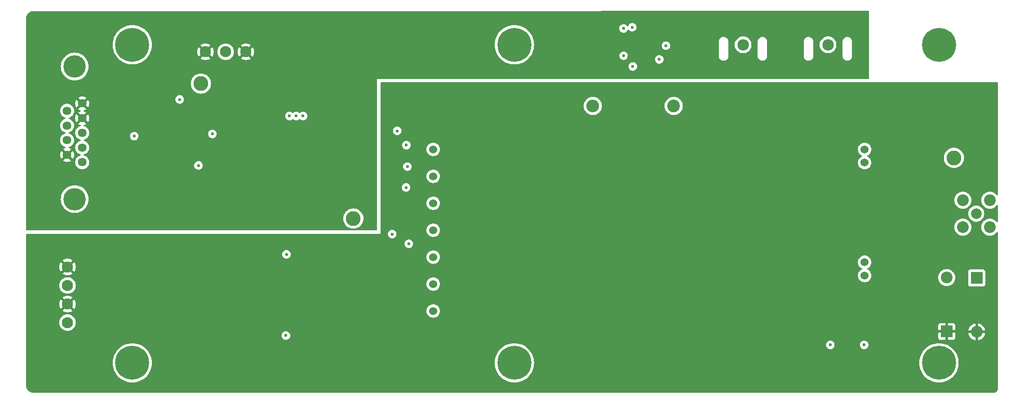
<source format=gbr>
%TF.GenerationSoftware,KiCad,Pcbnew,8.0.6*%
%TF.CreationDate,2024-12-30T11:40:09-05:00*%
%TF.ProjectId,SiPM_HV_Board,5369504d-5f48-4565-9f42-6f6172642e6b,rev?*%
%TF.SameCoordinates,Original*%
%TF.FileFunction,Copper,L2,Inr*%
%TF.FilePolarity,Positive*%
%FSLAX46Y46*%
G04 Gerber Fmt 4.6, Leading zero omitted, Abs format (unit mm)*
G04 Created by KiCad (PCBNEW 8.0.6) date 2024-12-30 11:40:09*
%MOMM*%
%LPD*%
G01*
G04 APERTURE LIST*
%TA.AperFunction,ComponentPad*%
%ADD10C,2.006600*%
%TD*%
%TA.AperFunction,ComponentPad*%
%ADD11C,2.209800*%
%TD*%
%TA.AperFunction,ComponentPad*%
%ADD12C,6.400000*%
%TD*%
%TA.AperFunction,ComponentPad*%
%ADD13R,2.200000X2.200000*%
%TD*%
%TA.AperFunction,ComponentPad*%
%ADD14O,2.200000X2.200000*%
%TD*%
%TA.AperFunction,ComponentPad*%
%ADD15C,2.800000*%
%TD*%
%TA.AperFunction,ComponentPad*%
%ADD16C,2.159000*%
%TD*%
%TA.AperFunction,ComponentPad*%
%ADD17C,1.524000*%
%TD*%
%TA.AperFunction,ComponentPad*%
%ADD18C,2.100000*%
%TD*%
%TA.AperFunction,ComponentPad*%
%ADD19C,1.635000*%
%TD*%
%TA.AperFunction,ComponentPad*%
%ADD20C,4.216000*%
%TD*%
%TA.AperFunction,ComponentPad*%
%ADD21C,2.400000*%
%TD*%
%TA.AperFunction,ComponentPad*%
%ADD22O,2.400000X2.400000*%
%TD*%
%TA.AperFunction,ViaPad*%
%ADD23C,0.600000*%
%TD*%
G04 APERTURE END LIST*
D10*
%TO.N,/SiPM_HV_Block/SiPM_HV_OUT*%
%TO.C,P_Out1*%
X235363000Y-99430000D03*
D11*
%TO.N,/SiPM_HV_Block/SiPM_HV_RTN*%
X237903000Y-96890000D03*
X232823000Y-96890000D03*
X232823000Y-101970000D03*
X237903000Y-101970000D03*
%TD*%
D12*
%TO.N,CHASSIS*%
%TO.C,H4*%
X228320000Y-127580000D03*
%TD*%
D13*
%TO.N,/SEC_PWR_RTN*%
%TO.C,D1*%
X229775000Y-121655000D03*
D14*
%TO.N,/SiPM_HV_Block/SiPM_HV_RTN*%
X229775000Y-111495000D03*
%TD*%
D15*
%TO.N,/SiPM_HV_Block/REM_ADJ*%
%TO.C,V_{SET}1*%
X89250000Y-74900000D03*
%TD*%
D12*
%TO.N,CHASSIS*%
%TO.C,H3*%
X148320000Y-127580000D03*
%TD*%
%TO.N,CHASSIS*%
%TO.C,H2*%
X76320000Y-127580000D03*
%TD*%
D15*
%TO.N,/SiPM_HV_Block/SiPM_HV_RTN*%
%TO.C,V_{OUT_RTN}1*%
X231140000Y-88900000D03*
%TD*%
D16*
%TO.N,Net-(M3-Pad3)*%
%TO.C,P2*%
X191410000Y-67580000D03*
%TD*%
D17*
%TO.N,/SiPM_HV_Block/V_RTN*%
%TO.C,U1*%
X133020000Y-117780000D03*
%TO.N,/SiPM_HV_Block/V_POS*%
X133020000Y-112700000D03*
%TO.N,/SiPM_HV_Block/Curr_Mon*%
X133020000Y-107620000D03*
%TO.N,/SiPM_HV_Block/Enable*%
X133020000Y-102540000D03*
%TO.N,/SEC_PWR_TELEM_RTN*%
X133020000Y-97460000D03*
%TO.N,/SiPM_HV_Block/REM_ADJ*%
X133020000Y-92380000D03*
%TO.N,unconnected-(U1-5V_REF-Pad7)*%
X133020000Y-87300000D03*
%TO.N,/SiPM_HV_Block/SiPM_HV_RTN*%
X214320000Y-87300000D03*
X214320000Y-89800000D03*
%TO.N,/SiPM_HV_Block/SiPM_HV_OUT*%
X214320000Y-108600000D03*
X214320000Y-111100000D03*
%TD*%
D18*
%TO.N,/SEC_PWR_RTN*%
%TO.C,J2*%
X64110000Y-109480000D03*
%TO.N,/SEC_PWR_IN*%
X64110000Y-112980000D03*
%TO.N,/SEC_PWR_RTN*%
X64110000Y-116480000D03*
%TO.N,/SEC_PWR_IN*%
X64110000Y-119980000D03*
%TD*%
D15*
%TO.N,/SiPM_HV_Block/Enable*%
%TO.C,V_{EN}1*%
X117980000Y-100350000D03*
%TD*%
D12*
%TO.N,CHASSIS*%
%TO.C,H6*%
X228320000Y-67580000D03*
%TD*%
%TO.N,CHASSIS*%
%TO.C,H1*%
X76320000Y-67580000D03*
%TD*%
D19*
%TO.N,/HV_CURR_MON*%
%TO.C,J3*%
X66880000Y-89730000D03*
%TO.N,/HV_Enable+*%
X66880000Y-86960000D03*
%TO.N,unconnected-(J3-Pad3)*%
X66880000Y-84190000D03*
%TO.N,/SEC_PWR_TELEM_RTN*%
X66880000Y-81420000D03*
X66880000Y-78650000D03*
X64040000Y-88345000D03*
%TO.N,/HV_Enable-*%
X64040000Y-85575000D03*
%TO.N,/SET_HV*%
X64040000Y-82805000D03*
%TO.N,/HV_VOLT_MON*%
X64040000Y-80035000D03*
D20*
%TO.N,CHASSIS*%
X65460000Y-71690000D03*
X65460000Y-96690000D03*
%TD*%
D16*
%TO.N,Net-(P1-Pad1)*%
%TO.C,P1*%
X207410000Y-67580000D03*
%TD*%
D12*
%TO.N,CHASSIS*%
%TO.C,H5*%
X148320000Y-67580000D03*
%TD*%
D21*
%TO.N,/SiPM_HV_Block/SiPM_HV_OUT*%
%TO.C,R20*%
X178340000Y-79110000D03*
D22*
%TO.N,Net-(U2B-+INB)*%
X163100000Y-79110000D03*
%TD*%
D18*
%TO.N,/SEC_PWR_TELEM_RTN*%
%TO.C,J1*%
X97720400Y-68895600D03*
%TO.N,/SEC_PWR_TELEM*%
X93910400Y-68895600D03*
%TO.N,/SEC_PWR_TELEM_RTN*%
X90100400Y-68895600D03*
%TD*%
D13*
%TO.N,/SiPM_HV_Block/SiPM_HV_RTN*%
%TO.C,D2*%
X235430000Y-111570000D03*
D14*
%TO.N,/SEC_PWR_RTN*%
X235430000Y-121730000D03*
%TD*%
D23*
%TO.N,/SEC_PWR_RTN*%
X229140000Y-105780000D03*
X234220000Y-131180000D03*
X69120000Y-126100000D03*
X97060000Y-123560000D03*
X79280000Y-105780000D03*
X224060000Y-77840000D03*
X183420000Y-123560000D03*
X213900000Y-77840000D03*
X203740000Y-131180000D03*
X64040000Y-131180000D03*
X58960000Y-105780000D03*
X69120000Y-110860000D03*
X188500000Y-131180000D03*
X91980000Y-131180000D03*
X127540000Y-115940000D03*
X112300000Y-131180000D03*
X86900000Y-123560000D03*
X127540000Y-118480000D03*
X213900000Y-131180000D03*
X168180000Y-131180000D03*
X229140000Y-100700000D03*
X203740000Y-123560000D03*
X127540000Y-113400000D03*
X97060000Y-131180000D03*
X152940000Y-123560000D03*
X117380000Y-121020000D03*
X64040000Y-105780000D03*
X193580000Y-123560000D03*
X193580000Y-77840000D03*
X64040000Y-126100000D03*
X208820000Y-131180000D03*
X158020000Y-131180000D03*
X89440000Y-105780000D03*
X229140000Y-77840000D03*
X163100000Y-131180000D03*
X69120000Y-131180000D03*
X218980000Y-77840000D03*
X158020000Y-123560000D03*
X198660000Y-77840000D03*
X109760000Y-105780000D03*
X81820000Y-131180000D03*
X86900000Y-131180000D03*
X132620000Y-131180000D03*
X208820000Y-77840000D03*
X218980000Y-123560000D03*
X74200000Y-105780000D03*
X142780000Y-131180000D03*
X84360000Y-105780000D03*
X224060000Y-131180000D03*
X188500000Y-123560000D03*
X80930000Y-125110000D03*
X157690000Y-80770000D03*
X173260000Y-123560000D03*
X142780000Y-123560000D03*
X122460000Y-105780000D03*
X69120000Y-105780000D03*
X79280000Y-110860000D03*
X69120000Y-121020000D03*
X229140000Y-95620000D03*
X203740000Y-77840000D03*
X183420000Y-131180000D03*
X178340000Y-131180000D03*
X234220000Y-126100000D03*
X58960000Y-131180000D03*
X198660000Y-131180000D03*
X127540000Y-123560000D03*
X132620000Y-123560000D03*
X193580000Y-131180000D03*
X84360000Y-126100000D03*
X122460000Y-131180000D03*
X111520000Y-107480000D03*
X137700000Y-123560000D03*
X94520000Y-105780000D03*
X168180000Y-123560000D03*
X188500000Y-77840000D03*
X163100000Y-123560000D03*
X107220000Y-131180000D03*
X102140000Y-131180000D03*
X114610000Y-105600000D03*
X152940000Y-131180000D03*
X101400000Y-107080000D03*
X178340000Y-123560000D03*
X117380000Y-123560000D03*
X91980000Y-123560000D03*
X74200000Y-121020000D03*
X69120000Y-115940000D03*
X183420000Y-77840000D03*
X101220000Y-122410000D03*
X198660000Y-123560000D03*
X74200000Y-110860000D03*
X127540000Y-131180000D03*
X122460000Y-123560000D03*
X173260000Y-131180000D03*
X117380000Y-131180000D03*
X137700000Y-131180000D03*
X218980000Y-131180000D03*
%TO.N,/SiPM_HV_Block/V_POS*%
X126238000Y-83820000D03*
X125300000Y-103290000D03*
%TO.N,/SiPM_HV_Block/V_RTN*%
X128430000Y-105110000D03*
X128160000Y-90550000D03*
%TO.N,/SiPM_HV_Block/SiPM_HV_RTN*%
X214230000Y-124190000D03*
%TO.N,CHASSIS*%
X207853278Y-124184243D03*
X105370000Y-107100000D03*
X105270000Y-122420000D03*
%TO.N,/SEC_PWR_TELEM*%
X175625000Y-70340000D03*
X168885000Y-64500000D03*
%TO.N,/SEC_PWR_TELEM_RTN*%
X132080000Y-68580000D03*
X121920000Y-71120000D03*
X101600000Y-99060000D03*
X154940000Y-66040000D03*
X201200000Y-72760000D03*
X191040000Y-72760000D03*
X201200000Y-67680000D03*
X114610000Y-100240000D03*
X127000000Y-71120000D03*
X208820000Y-72760000D03*
X142240000Y-66040000D03*
X213900000Y-65140000D03*
X101600000Y-101600000D03*
X91440000Y-101600000D03*
X119380000Y-76200000D03*
X79970000Y-76100000D03*
X110835400Y-79935600D03*
X160020000Y-71120000D03*
X175800000Y-62600000D03*
X76200000Y-101600000D03*
X86360000Y-101600000D03*
X81280000Y-99060000D03*
X193580000Y-72760000D03*
X91500000Y-83100000D03*
X71120000Y-96520000D03*
X127000000Y-63500000D03*
X111760000Y-83820000D03*
X160020000Y-66040000D03*
X76200000Y-76200000D03*
X154940000Y-71120000D03*
X106680000Y-71120000D03*
X137160000Y-63500000D03*
X116840000Y-68580000D03*
X71120000Y-99060000D03*
X211360000Y-72760000D03*
X127000000Y-66040000D03*
X120840000Y-97500000D03*
X121920000Y-63500000D03*
X154940000Y-63500000D03*
X106680000Y-91440000D03*
X201200000Y-62600000D03*
X116840000Y-66040000D03*
X71120000Y-76200000D03*
X101600000Y-88900000D03*
X86360000Y-99060000D03*
X137160000Y-66040000D03*
X96520000Y-71120000D03*
X137160000Y-71120000D03*
X198660000Y-72760000D03*
X91440000Y-99060000D03*
X154940000Y-68580000D03*
X116840000Y-88900000D03*
X93620000Y-81060000D03*
X119380000Y-83820000D03*
X173260000Y-70220000D03*
X116840000Y-71120000D03*
X165100000Y-68580000D03*
X97720000Y-77260000D03*
X111760000Y-88900000D03*
X166205000Y-63420000D03*
X116840000Y-63500000D03*
X173260000Y-72760000D03*
X183420000Y-72760000D03*
X111760000Y-63500000D03*
X66040000Y-66040000D03*
X111760000Y-71120000D03*
X75165200Y-84799600D03*
X198660000Y-67680000D03*
X96520000Y-99060000D03*
X111760000Y-68580000D03*
X71120000Y-101600000D03*
X213900000Y-62600000D03*
X111760000Y-93980000D03*
X188500000Y-72760000D03*
X101600000Y-66040000D03*
X71120000Y-71120000D03*
X81280000Y-101600000D03*
X119361200Y-95823200D03*
X137160000Y-68580000D03*
X142240000Y-68580000D03*
X82000000Y-84370000D03*
X86360000Y-71120000D03*
X142240000Y-71120000D03*
X76200000Y-96520000D03*
X165100000Y-66040000D03*
X76200000Y-99060000D03*
X79280000Y-75300000D03*
X121920000Y-66040000D03*
X101600000Y-91440000D03*
X180880000Y-72760000D03*
X213900000Y-70220000D03*
X96520000Y-91440000D03*
X132080000Y-71120000D03*
X169845000Y-70040000D03*
X132080000Y-63500000D03*
X106680000Y-93980000D03*
X213900000Y-72760000D03*
X142240000Y-63500000D03*
X206280000Y-72760000D03*
X196120000Y-72760000D03*
X165100000Y-71120000D03*
X127000000Y-68580000D03*
X173260000Y-62600000D03*
X203740000Y-72760000D03*
X181750000Y-67807000D03*
X96520000Y-101600000D03*
X106680000Y-66040000D03*
X96670000Y-83160000D03*
X132080000Y-66040000D03*
X198660000Y-62600000D03*
X180880000Y-65140000D03*
X160020000Y-68580000D03*
X213900000Y-67680000D03*
X160020000Y-63500000D03*
X175800000Y-72760000D03*
X91440000Y-71120000D03*
X106680000Y-83820000D03*
X121920000Y-73660000D03*
X183420000Y-70220000D03*
X121920000Y-68580000D03*
X71120000Y-66040000D03*
X173260000Y-65140000D03*
X175800000Y-65140000D03*
X106680000Y-101600000D03*
X111760000Y-66040000D03*
X183420000Y-65140000D03*
X121920000Y-76200000D03*
X178340000Y-72760000D03*
X96520000Y-88900000D03*
X185960000Y-65140000D03*
X81280000Y-71120000D03*
X185960000Y-72760000D03*
X101600000Y-71120000D03*
%TO.N,/HV_VOLT_MON*%
X88790000Y-90350000D03*
%TO.N,Net-(M2-Pad1)*%
X127965200Y-86512400D03*
X127914400Y-94488000D03*
%TO.N,Net-(M3-Pad1)*%
X176875000Y-67760000D03*
%TO.N,/SiPM_HV_Block/REM_ADJ*%
X85243644Y-77896215D03*
%TO.N,Net-(U2B-+INB)*%
X170635000Y-71670000D03*
%TO.N,/V3p3*%
X108490000Y-81015000D03*
X91431100Y-84390000D03*
X105950000Y-81015000D03*
X76689200Y-84799600D03*
X107220000Y-81015000D03*
%TO.N,Net-(U5-OUT)*%
X168905000Y-69650000D03*
%TO.N,Net-(U5--IN)*%
X170535000Y-64290000D03*
%TO.N,/SEC_PWR_RTN*%
X119920000Y-105780000D03*
X117380000Y-105780000D03*
%TD*%
%TA.AperFunction,Conductor*%
%TO.N,/SEC_PWR_TELEM_RTN*%
G36*
X215113035Y-61225291D02*
G01*
X215158792Y-61278093D01*
X215170000Y-61329610D01*
X215170000Y-73906000D01*
X215150315Y-73973039D01*
X215097511Y-74018794D01*
X215046000Y-74030000D01*
X113570000Y-74030000D01*
X113570000Y-71669996D01*
X169829435Y-71669996D01*
X169829435Y-71670003D01*
X169849630Y-71849249D01*
X169849631Y-71849254D01*
X169909211Y-72019523D01*
X170005184Y-72172262D01*
X170132738Y-72299816D01*
X170285478Y-72395789D01*
X170455745Y-72455368D01*
X170455750Y-72455369D01*
X170634996Y-72475565D01*
X170635000Y-72475565D01*
X170635004Y-72475565D01*
X170814249Y-72455369D01*
X170814252Y-72455368D01*
X170814255Y-72455368D01*
X170984522Y-72395789D01*
X171137262Y-72299816D01*
X171264816Y-72172262D01*
X171360789Y-72019522D01*
X171420368Y-71849255D01*
X171440565Y-71670000D01*
X171420368Y-71490745D01*
X171360789Y-71320478D01*
X171264816Y-71167738D01*
X171137262Y-71040184D01*
X170984523Y-70944211D01*
X170814254Y-70884631D01*
X170814249Y-70884630D01*
X170635004Y-70864435D01*
X170634996Y-70864435D01*
X170455750Y-70884630D01*
X170455745Y-70884631D01*
X170285476Y-70944211D01*
X170132737Y-71040184D01*
X170005184Y-71167737D01*
X169909211Y-71320476D01*
X169849631Y-71490745D01*
X169849630Y-71490750D01*
X169829435Y-71669996D01*
X113570000Y-71669996D01*
X113570000Y-67580000D01*
X144614422Y-67580000D01*
X144634722Y-67967338D01*
X144695398Y-68350433D01*
X144738574Y-68511570D01*
X144795788Y-68725094D01*
X144934787Y-69087197D01*
X145110877Y-69432793D01*
X145322122Y-69758082D01*
X145481006Y-69954287D01*
X145566219Y-70059516D01*
X145840484Y-70333781D01*
X145840488Y-70333784D01*
X146141917Y-70577877D01*
X146313837Y-70689523D01*
X146467211Y-70789125D01*
X146812806Y-70965214D01*
X147174913Y-71104214D01*
X147549567Y-71204602D01*
X147932662Y-71265278D01*
X148298576Y-71284455D01*
X148319999Y-71285578D01*
X148320000Y-71285578D01*
X148320001Y-71285578D01*
X148340301Y-71284514D01*
X148707338Y-71265278D01*
X149090433Y-71204602D01*
X149465087Y-71104214D01*
X149827194Y-70965214D01*
X150172789Y-70789125D01*
X150498084Y-70577876D01*
X150799516Y-70333781D01*
X151073781Y-70059516D01*
X151317876Y-69758084D01*
X151388069Y-69649996D01*
X168099435Y-69649996D01*
X168099435Y-69650003D01*
X168119630Y-69829249D01*
X168119631Y-69829254D01*
X168179211Y-69999523D01*
X168253500Y-70117752D01*
X168275184Y-70152262D01*
X168402738Y-70279816D01*
X168555478Y-70375789D01*
X168725745Y-70435368D01*
X168725750Y-70435369D01*
X168904996Y-70455565D01*
X168905000Y-70455565D01*
X168905004Y-70455565D01*
X169084249Y-70435369D01*
X169084252Y-70435368D01*
X169084255Y-70435368D01*
X169254522Y-70375789D01*
X169311486Y-70339996D01*
X174819435Y-70339996D01*
X174819435Y-70340003D01*
X174839630Y-70519249D01*
X174839631Y-70519254D01*
X174899211Y-70689523D01*
X174961794Y-70789122D01*
X174995184Y-70842262D01*
X175122738Y-70969816D01*
X175275478Y-71065789D01*
X175445745Y-71125368D01*
X175445750Y-71125369D01*
X175624996Y-71145565D01*
X175625000Y-71145565D01*
X175625004Y-71145565D01*
X175804249Y-71125369D01*
X175804252Y-71125368D01*
X175804255Y-71125368D01*
X175974522Y-71065789D01*
X176127262Y-70969816D01*
X176254816Y-70842262D01*
X176350789Y-70689522D01*
X176410368Y-70519255D01*
X176410369Y-70519249D01*
X176430565Y-70340003D01*
X176430565Y-70339996D01*
X176410369Y-70160750D01*
X176410368Y-70160745D01*
X176353954Y-69999523D01*
X176350789Y-69990478D01*
X176254816Y-69837738D01*
X176127262Y-69710184D01*
X176031480Y-69650000D01*
X175974523Y-69614211D01*
X175804254Y-69554631D01*
X175804249Y-69554630D01*
X175625004Y-69534435D01*
X175624996Y-69534435D01*
X175445750Y-69554630D01*
X175445745Y-69554631D01*
X175275476Y-69614211D01*
X175122737Y-69710184D01*
X174995184Y-69837737D01*
X174899211Y-69990476D01*
X174839631Y-70160745D01*
X174839630Y-70160750D01*
X174819435Y-70339996D01*
X169311486Y-70339996D01*
X169407262Y-70279816D01*
X169534816Y-70152262D01*
X169630789Y-69999522D01*
X169690368Y-69829255D01*
X169695831Y-69780769D01*
X169710565Y-69650003D01*
X169710565Y-69649996D01*
X169690369Y-69470750D01*
X169690368Y-69470745D01*
X169630788Y-69300476D01*
X169534815Y-69147737D01*
X169407262Y-69020184D01*
X169254523Y-68924211D01*
X169084254Y-68864631D01*
X169084249Y-68864630D01*
X168905004Y-68844435D01*
X168904996Y-68844435D01*
X168725750Y-68864630D01*
X168725745Y-68864631D01*
X168555476Y-68924211D01*
X168402737Y-69020184D01*
X168275184Y-69147737D01*
X168179211Y-69300476D01*
X168119631Y-69470745D01*
X168119630Y-69470750D01*
X168099435Y-69649996D01*
X151388069Y-69649996D01*
X151529125Y-69432789D01*
X151705214Y-69087194D01*
X151844214Y-68725087D01*
X151944602Y-68350433D01*
X152005278Y-67967338D01*
X152016145Y-67759996D01*
X176069435Y-67759996D01*
X176069435Y-67760003D01*
X176089630Y-67939249D01*
X176089631Y-67939254D01*
X176149211Y-68109523D01*
X176245184Y-68262262D01*
X176372738Y-68389816D01*
X176525478Y-68485789D01*
X176695745Y-68545368D01*
X176695750Y-68545369D01*
X176874996Y-68565565D01*
X176875000Y-68565565D01*
X176875004Y-68565565D01*
X177054249Y-68545369D01*
X177054252Y-68545368D01*
X177054255Y-68545368D01*
X177224522Y-68485789D01*
X177377262Y-68389816D01*
X177504816Y-68262262D01*
X177600789Y-68109522D01*
X177660368Y-67939255D01*
X177680565Y-67760000D01*
X177660368Y-67580745D01*
X177600789Y-67410478D01*
X177504816Y-67257738D01*
X177377262Y-67130184D01*
X177224523Y-67034211D01*
X177054254Y-66974631D01*
X177054249Y-66974630D01*
X176875004Y-66954435D01*
X176874996Y-66954435D01*
X176695750Y-66974630D01*
X176695745Y-66974631D01*
X176525476Y-67034211D01*
X176372737Y-67130184D01*
X176245184Y-67257737D01*
X176149211Y-67410476D01*
X176089631Y-67580745D01*
X176089630Y-67580750D01*
X176069435Y-67759996D01*
X152016145Y-67759996D01*
X152025578Y-67580000D01*
X152005278Y-67192662D01*
X151958803Y-66899230D01*
X186841800Y-66899230D01*
X186841800Y-69780769D01*
X186876315Y-69954287D01*
X186876318Y-69954299D01*
X186944022Y-70117752D01*
X186944023Y-70117754D01*
X187042322Y-70264868D01*
X187042325Y-70264872D01*
X187167427Y-70389974D01*
X187167431Y-70389977D01*
X187314543Y-70488275D01*
X187314544Y-70488275D01*
X187314545Y-70488276D01*
X187314547Y-70488277D01*
X187478000Y-70555981D01*
X187478005Y-70555983D01*
X187651530Y-70590499D01*
X187651534Y-70590500D01*
X187651535Y-70590500D01*
X187828466Y-70590500D01*
X187828467Y-70590499D01*
X188001995Y-70555983D01*
X188165457Y-70488275D01*
X188312569Y-70389977D01*
X188437677Y-70264869D01*
X188535975Y-70117757D01*
X188603683Y-69954295D01*
X188638200Y-69780765D01*
X188638200Y-67580000D01*
X189825114Y-67580000D01*
X189844627Y-67827934D01*
X189902684Y-68069759D01*
X189997855Y-68299523D01*
X190127796Y-68511568D01*
X190127797Y-68511570D01*
X190182530Y-68575653D01*
X190289316Y-68700684D01*
X190435706Y-68825713D01*
X190478429Y-68862202D01*
X190478431Y-68862203D01*
X190690476Y-68992144D01*
X190920240Y-69087315D01*
X190920241Y-69087315D01*
X190920243Y-69087316D01*
X191162069Y-69145373D01*
X191410000Y-69164886D01*
X191657931Y-69145373D01*
X191899757Y-69087316D01*
X192129523Y-68992144D01*
X192341573Y-68862200D01*
X192530684Y-68700684D01*
X192692200Y-68511573D01*
X192822144Y-68299523D01*
X192917316Y-68069757D01*
X192975373Y-67827931D01*
X192994886Y-67580000D01*
X192975373Y-67332069D01*
X192917316Y-67090243D01*
X192894107Y-67034211D01*
X192838196Y-66899230D01*
X194161800Y-66899230D01*
X194161800Y-69780769D01*
X194196315Y-69954287D01*
X194196318Y-69954299D01*
X194264022Y-70117752D01*
X194264023Y-70117754D01*
X194362322Y-70264868D01*
X194362325Y-70264872D01*
X194487427Y-70389974D01*
X194487431Y-70389977D01*
X194634543Y-70488275D01*
X194634544Y-70488275D01*
X194634545Y-70488276D01*
X194634547Y-70488277D01*
X194798000Y-70555981D01*
X194798005Y-70555983D01*
X194971530Y-70590499D01*
X194971534Y-70590500D01*
X194971535Y-70590500D01*
X195148466Y-70590500D01*
X195148467Y-70590499D01*
X195321995Y-70555983D01*
X195485457Y-70488275D01*
X195632569Y-70389977D01*
X195757677Y-70264869D01*
X195855975Y-70117757D01*
X195923683Y-69954295D01*
X195958200Y-69780765D01*
X195958200Y-66899235D01*
X195958199Y-66899230D01*
X202841800Y-66899230D01*
X202841800Y-69780769D01*
X202876315Y-69954287D01*
X202876318Y-69954299D01*
X202944022Y-70117752D01*
X202944023Y-70117754D01*
X203042322Y-70264868D01*
X203042325Y-70264872D01*
X203167427Y-70389974D01*
X203167431Y-70389977D01*
X203314543Y-70488275D01*
X203314544Y-70488275D01*
X203314545Y-70488276D01*
X203314547Y-70488277D01*
X203478000Y-70555981D01*
X203478005Y-70555983D01*
X203651530Y-70590499D01*
X203651534Y-70590500D01*
X203651535Y-70590500D01*
X203828466Y-70590500D01*
X203828467Y-70590499D01*
X204001995Y-70555983D01*
X204165457Y-70488275D01*
X204312569Y-70389977D01*
X204437677Y-70264869D01*
X204535975Y-70117757D01*
X204603683Y-69954295D01*
X204638200Y-69780765D01*
X204638200Y-67580000D01*
X205825114Y-67580000D01*
X205844627Y-67827934D01*
X205902684Y-68069759D01*
X205997855Y-68299523D01*
X206127796Y-68511568D01*
X206127797Y-68511570D01*
X206182530Y-68575653D01*
X206289316Y-68700684D01*
X206435706Y-68825713D01*
X206478429Y-68862202D01*
X206478431Y-68862203D01*
X206690476Y-68992144D01*
X206920240Y-69087315D01*
X206920241Y-69087315D01*
X206920243Y-69087316D01*
X207162069Y-69145373D01*
X207410000Y-69164886D01*
X207657931Y-69145373D01*
X207899757Y-69087316D01*
X208129523Y-68992144D01*
X208341573Y-68862200D01*
X208530684Y-68700684D01*
X208692200Y-68511573D01*
X208822144Y-68299523D01*
X208917316Y-68069757D01*
X208975373Y-67827931D01*
X208994886Y-67580000D01*
X208975373Y-67332069D01*
X208917316Y-67090243D01*
X208894107Y-67034211D01*
X208838196Y-66899230D01*
X210161800Y-66899230D01*
X210161800Y-69780769D01*
X210196315Y-69954287D01*
X210196318Y-69954299D01*
X210264022Y-70117752D01*
X210264023Y-70117754D01*
X210362322Y-70264868D01*
X210362325Y-70264872D01*
X210487427Y-70389974D01*
X210487431Y-70389977D01*
X210634543Y-70488275D01*
X210634544Y-70488275D01*
X210634545Y-70488276D01*
X210634547Y-70488277D01*
X210798000Y-70555981D01*
X210798005Y-70555983D01*
X210971530Y-70590499D01*
X210971534Y-70590500D01*
X210971535Y-70590500D01*
X211148466Y-70590500D01*
X211148467Y-70590499D01*
X211321995Y-70555983D01*
X211485457Y-70488275D01*
X211632569Y-70389977D01*
X211757677Y-70264869D01*
X211855975Y-70117757D01*
X211923683Y-69954295D01*
X211958200Y-69780765D01*
X211958200Y-66899235D01*
X211923683Y-66725705D01*
X211891675Y-66648431D01*
X211855977Y-66562247D01*
X211855976Y-66562245D01*
X211757677Y-66415131D01*
X211757674Y-66415127D01*
X211632572Y-66290025D01*
X211632568Y-66290022D01*
X211485454Y-66191723D01*
X211485452Y-66191722D01*
X211321999Y-66124018D01*
X211321987Y-66124015D01*
X211148469Y-66089500D01*
X211148465Y-66089500D01*
X210971535Y-66089500D01*
X210971530Y-66089500D01*
X210798012Y-66124015D01*
X210798000Y-66124018D01*
X210634547Y-66191722D01*
X210634545Y-66191723D01*
X210487431Y-66290022D01*
X210487427Y-66290025D01*
X210362325Y-66415127D01*
X210362322Y-66415131D01*
X210264023Y-66562245D01*
X210264022Y-66562247D01*
X210196318Y-66725700D01*
X210196315Y-66725712D01*
X210161800Y-66899230D01*
X208838196Y-66899230D01*
X208822144Y-66860476D01*
X208692203Y-66648431D01*
X208692202Y-66648429D01*
X208618595Y-66562247D01*
X208530684Y-66459316D01*
X208405653Y-66352530D01*
X208341570Y-66297797D01*
X208341568Y-66297796D01*
X208129523Y-66167855D01*
X207899759Y-66072684D01*
X207657934Y-66014627D01*
X207410000Y-65995114D01*
X207162065Y-66014627D01*
X206920240Y-66072684D01*
X206690476Y-66167855D01*
X206478431Y-66297796D01*
X206478429Y-66297797D01*
X206289316Y-66459316D01*
X206127797Y-66648429D01*
X206127796Y-66648431D01*
X205997855Y-66860476D01*
X205902684Y-67090240D01*
X205844627Y-67332065D01*
X205825114Y-67580000D01*
X204638200Y-67580000D01*
X204638200Y-66899235D01*
X204603683Y-66725705D01*
X204571675Y-66648431D01*
X204535977Y-66562247D01*
X204535976Y-66562245D01*
X204437677Y-66415131D01*
X204437674Y-66415127D01*
X204312572Y-66290025D01*
X204312568Y-66290022D01*
X204165454Y-66191723D01*
X204165452Y-66191722D01*
X204001999Y-66124018D01*
X204001987Y-66124015D01*
X203828469Y-66089500D01*
X203828465Y-66089500D01*
X203651535Y-66089500D01*
X203651530Y-66089500D01*
X203478012Y-66124015D01*
X203478000Y-66124018D01*
X203314547Y-66191722D01*
X203314545Y-66191723D01*
X203167431Y-66290022D01*
X203167427Y-66290025D01*
X203042325Y-66415127D01*
X203042322Y-66415131D01*
X202944023Y-66562245D01*
X202944022Y-66562247D01*
X202876318Y-66725700D01*
X202876315Y-66725712D01*
X202841800Y-66899230D01*
X195958199Y-66899230D01*
X195923683Y-66725705D01*
X195891675Y-66648431D01*
X195855977Y-66562247D01*
X195855976Y-66562245D01*
X195757677Y-66415131D01*
X195757674Y-66415127D01*
X195632572Y-66290025D01*
X195632568Y-66290022D01*
X195485454Y-66191723D01*
X195485452Y-66191722D01*
X195321999Y-66124018D01*
X195321987Y-66124015D01*
X195148469Y-66089500D01*
X195148465Y-66089500D01*
X194971535Y-66089500D01*
X194971530Y-66089500D01*
X194798012Y-66124015D01*
X194798000Y-66124018D01*
X194634547Y-66191722D01*
X194634545Y-66191723D01*
X194487431Y-66290022D01*
X194487427Y-66290025D01*
X194362325Y-66415127D01*
X194362322Y-66415131D01*
X194264023Y-66562245D01*
X194264022Y-66562247D01*
X194196318Y-66725700D01*
X194196315Y-66725712D01*
X194161800Y-66899230D01*
X192838196Y-66899230D01*
X192822144Y-66860476D01*
X192692203Y-66648431D01*
X192692202Y-66648429D01*
X192618595Y-66562247D01*
X192530684Y-66459316D01*
X192405653Y-66352530D01*
X192341570Y-66297797D01*
X192341568Y-66297796D01*
X192129523Y-66167855D01*
X191899759Y-66072684D01*
X191657934Y-66014627D01*
X191410000Y-65995114D01*
X191162065Y-66014627D01*
X190920240Y-66072684D01*
X190690476Y-66167855D01*
X190478431Y-66297796D01*
X190478429Y-66297797D01*
X190289316Y-66459316D01*
X190127797Y-66648429D01*
X190127796Y-66648431D01*
X189997855Y-66860476D01*
X189902684Y-67090240D01*
X189844627Y-67332065D01*
X189825114Y-67580000D01*
X188638200Y-67580000D01*
X188638200Y-66899235D01*
X188603683Y-66725705D01*
X188571675Y-66648431D01*
X188535977Y-66562247D01*
X188535976Y-66562245D01*
X188437677Y-66415131D01*
X188437674Y-66415127D01*
X188312572Y-66290025D01*
X188312568Y-66290022D01*
X188165454Y-66191723D01*
X188165452Y-66191722D01*
X188001999Y-66124018D01*
X188001987Y-66124015D01*
X187828469Y-66089500D01*
X187828465Y-66089500D01*
X187651535Y-66089500D01*
X187651530Y-66089500D01*
X187478012Y-66124015D01*
X187478000Y-66124018D01*
X187314547Y-66191722D01*
X187314545Y-66191723D01*
X187167431Y-66290022D01*
X187167427Y-66290025D01*
X187042325Y-66415127D01*
X187042322Y-66415131D01*
X186944023Y-66562245D01*
X186944022Y-66562247D01*
X186876318Y-66725700D01*
X186876315Y-66725712D01*
X186841800Y-66899230D01*
X151958803Y-66899230D01*
X151944602Y-66809567D01*
X151844214Y-66434913D01*
X151705214Y-66072806D01*
X151529125Y-65727211D01*
X151317876Y-65401916D01*
X151073781Y-65100484D01*
X150799516Y-64826219D01*
X150618031Y-64679255D01*
X150498082Y-64582122D01*
X150371619Y-64499996D01*
X168079435Y-64499996D01*
X168079435Y-64500003D01*
X168099630Y-64679249D01*
X168099631Y-64679254D01*
X168159211Y-64849523D01*
X168255184Y-65002262D01*
X168382738Y-65129816D01*
X168535478Y-65225789D01*
X168705745Y-65285368D01*
X168705750Y-65285369D01*
X168884996Y-65305565D01*
X168885000Y-65305565D01*
X168885004Y-65305565D01*
X169064249Y-65285369D01*
X169064252Y-65285368D01*
X169064255Y-65285368D01*
X169234522Y-65225789D01*
X169387262Y-65129816D01*
X169514816Y-65002262D01*
X169610789Y-64849522D01*
X169618945Y-64826215D01*
X169630826Y-64792260D01*
X169643918Y-64754844D01*
X169684638Y-64698069D01*
X169749590Y-64672321D01*
X169818152Y-64685777D01*
X169865952Y-64729826D01*
X169905182Y-64792260D01*
X169905184Y-64792262D01*
X170032738Y-64919816D01*
X170185478Y-65015789D01*
X170355745Y-65075368D01*
X170355750Y-65075369D01*
X170534996Y-65095565D01*
X170535000Y-65095565D01*
X170535004Y-65095565D01*
X170714249Y-65075369D01*
X170714252Y-65075368D01*
X170714255Y-65075368D01*
X170884522Y-65015789D01*
X171037262Y-64919816D01*
X171164816Y-64792262D01*
X171260789Y-64639522D01*
X171320368Y-64469255D01*
X171320369Y-64469249D01*
X171340565Y-64290003D01*
X171340565Y-64289996D01*
X171320369Y-64110750D01*
X171320368Y-64110745D01*
X171260789Y-63940478D01*
X171164816Y-63787738D01*
X171037262Y-63660184D01*
X170884523Y-63564211D01*
X170714254Y-63504631D01*
X170714249Y-63504630D01*
X170535004Y-63484435D01*
X170534996Y-63484435D01*
X170355750Y-63504630D01*
X170355745Y-63504631D01*
X170185476Y-63564211D01*
X170032737Y-63660184D01*
X169905184Y-63787737D01*
X169809209Y-63940480D01*
X169776081Y-64035155D01*
X169735360Y-64091931D01*
X169670407Y-64117678D01*
X169601845Y-64104222D01*
X169554046Y-64060172D01*
X169514815Y-63997737D01*
X169387262Y-63870184D01*
X169234523Y-63774211D01*
X169064254Y-63714631D01*
X169064249Y-63714630D01*
X168885004Y-63694435D01*
X168884996Y-63694435D01*
X168705750Y-63714630D01*
X168705745Y-63714631D01*
X168535476Y-63774211D01*
X168382737Y-63870184D01*
X168255184Y-63997737D01*
X168159211Y-64150476D01*
X168099631Y-64320745D01*
X168099630Y-64320750D01*
X168079435Y-64499996D01*
X150371619Y-64499996D01*
X150172793Y-64370877D01*
X149827197Y-64194787D01*
X149465094Y-64055788D01*
X149465087Y-64055786D01*
X149090433Y-63955398D01*
X149090429Y-63955397D01*
X149090428Y-63955397D01*
X148707339Y-63894722D01*
X148320001Y-63874422D01*
X148319999Y-63874422D01*
X147932660Y-63894722D01*
X147549572Y-63955397D01*
X147549570Y-63955397D01*
X147174905Y-64055788D01*
X146812802Y-64194787D01*
X146467206Y-64370877D01*
X146141917Y-64582122D01*
X145840488Y-64826215D01*
X145840480Y-64826222D01*
X145566222Y-65100480D01*
X145566215Y-65100488D01*
X145322122Y-65401917D01*
X145110877Y-65727206D01*
X144934787Y-66072802D01*
X144795788Y-66434905D01*
X144695397Y-66809570D01*
X144695397Y-66809572D01*
X144669255Y-66974631D01*
X144634722Y-67192662D01*
X144614422Y-67580000D01*
X113570000Y-67580000D01*
X113570000Y-61210276D01*
X215045999Y-61205611D01*
X215113035Y-61225291D01*
G37*
%TD.AperFunction*%
%TD*%
%TA.AperFunction,Conductor*%
%TO.N,/SEC_PWR_TELEM_RTN*%
G36*
X113570000Y-74030000D02*
G01*
X122460000Y-74030000D01*
X122460000Y-102481000D01*
X122440315Y-102548039D01*
X122387511Y-102593794D01*
X122336000Y-102605000D01*
X56409500Y-102605000D01*
X56342461Y-102585315D01*
X56296706Y-102532511D01*
X56285500Y-102481000D01*
X56285500Y-100349998D01*
X116074645Y-100349998D01*
X116074645Y-100350001D01*
X116094039Y-100621160D01*
X116094040Y-100621167D01*
X116151823Y-100886793D01*
X116151825Y-100886801D01*
X116228330Y-101091920D01*
X116246830Y-101141519D01*
X116377109Y-101380107D01*
X116377110Y-101380108D01*
X116377113Y-101380113D01*
X116540029Y-101597742D01*
X116540033Y-101597746D01*
X116540038Y-101597752D01*
X116732247Y-101789961D01*
X116732253Y-101789966D01*
X116732258Y-101789971D01*
X116949887Y-101952887D01*
X116949891Y-101952889D01*
X116949892Y-101952890D01*
X117188481Y-102083169D01*
X117188480Y-102083169D01*
X117188484Y-102083170D01*
X117188487Y-102083172D01*
X117443199Y-102178175D01*
X117708840Y-102235961D01*
X117960605Y-102253967D01*
X117979999Y-102255355D01*
X117980000Y-102255355D01*
X117980001Y-102255355D01*
X117998100Y-102254060D01*
X118251160Y-102235961D01*
X118516801Y-102178175D01*
X118771513Y-102083172D01*
X118771517Y-102083169D01*
X118771519Y-102083169D01*
X118890813Y-102018029D01*
X119010113Y-101952887D01*
X119227742Y-101789971D01*
X119419971Y-101597742D01*
X119582887Y-101380113D01*
X119713172Y-101141513D01*
X119808175Y-100886801D01*
X119865961Y-100621160D01*
X119885355Y-100350000D01*
X119865961Y-100078840D01*
X119808175Y-99813199D01*
X119713172Y-99558487D01*
X119713170Y-99558484D01*
X119713169Y-99558480D01*
X119582890Y-99319892D01*
X119582889Y-99319891D01*
X119582887Y-99319887D01*
X119419971Y-99102258D01*
X119419966Y-99102253D01*
X119419961Y-99102247D01*
X119227752Y-98910038D01*
X119227746Y-98910033D01*
X119227742Y-98910029D01*
X119010113Y-98747113D01*
X119010108Y-98747110D01*
X119010107Y-98747109D01*
X118771518Y-98616830D01*
X118771519Y-98616830D01*
X118721920Y-98598330D01*
X118516801Y-98521825D01*
X118516794Y-98521823D01*
X118516793Y-98521823D01*
X118251167Y-98464040D01*
X118251160Y-98464039D01*
X117980001Y-98444645D01*
X117979999Y-98444645D01*
X117708839Y-98464039D01*
X117708832Y-98464040D01*
X117443206Y-98521823D01*
X117443202Y-98521824D01*
X117443199Y-98521825D01*
X117315843Y-98569326D01*
X117188480Y-98616830D01*
X116949892Y-98747109D01*
X116949891Y-98747110D01*
X116732259Y-98910028D01*
X116732247Y-98910038D01*
X116540038Y-99102247D01*
X116540028Y-99102259D01*
X116377110Y-99319891D01*
X116377109Y-99319892D01*
X116246830Y-99558480D01*
X116199326Y-99685843D01*
X116151825Y-99813199D01*
X116151824Y-99813202D01*
X116151823Y-99813206D01*
X116094040Y-100078832D01*
X116094039Y-100078839D01*
X116074645Y-100349998D01*
X56285500Y-100349998D01*
X56285500Y-96690000D01*
X62846732Y-96690000D01*
X62865785Y-97004989D01*
X62865785Y-97004994D01*
X62865786Y-97004995D01*
X62922669Y-97315396D01*
X62922670Y-97315400D01*
X62922671Y-97315404D01*
X63016545Y-97616659D01*
X63016549Y-97616670D01*
X63016550Y-97616673D01*
X63016552Y-97616678D01*
X63146066Y-97904446D01*
X63309326Y-98174510D01*
X63503943Y-98422920D01*
X63727079Y-98646056D01*
X63975489Y-98840673D01*
X63975492Y-98840675D01*
X63975495Y-98840677D01*
X64245554Y-99003934D01*
X64533322Y-99133448D01*
X64533332Y-99133451D01*
X64533340Y-99133454D01*
X64734176Y-99196036D01*
X64834604Y-99227331D01*
X65145005Y-99284214D01*
X65460000Y-99303268D01*
X65774995Y-99284214D01*
X66085396Y-99227331D01*
X66386678Y-99133448D01*
X66674446Y-99003934D01*
X66944505Y-98840677D01*
X67192917Y-98646059D01*
X67416059Y-98422917D01*
X67610677Y-98174505D01*
X67773934Y-97904446D01*
X67903448Y-97616678D01*
X67997331Y-97315396D01*
X68054214Y-97004995D01*
X68073268Y-96690000D01*
X68054214Y-96375005D01*
X67997331Y-96064604D01*
X67903448Y-95763322D01*
X67773934Y-95475554D01*
X67610677Y-95205495D01*
X67610675Y-95205492D01*
X67610673Y-95205489D01*
X67416056Y-94957079D01*
X67192920Y-94733943D01*
X66944510Y-94539326D01*
X66674446Y-94376066D01*
X66386678Y-94246552D01*
X66386673Y-94246550D01*
X66386670Y-94246549D01*
X66386659Y-94246545D01*
X66085404Y-94152671D01*
X66085400Y-94152670D01*
X66085396Y-94152669D01*
X65774995Y-94095786D01*
X65774994Y-94095785D01*
X65774989Y-94095785D01*
X65460000Y-94076732D01*
X65145010Y-94095785D01*
X65145005Y-94095786D01*
X64834604Y-94152669D01*
X64834601Y-94152669D01*
X64834595Y-94152671D01*
X64533340Y-94246545D01*
X64533329Y-94246549D01*
X64245553Y-94376066D01*
X63975489Y-94539326D01*
X63727079Y-94733943D01*
X63503943Y-94957079D01*
X63309326Y-95205489D01*
X63146066Y-95475553D01*
X63016549Y-95763329D01*
X63016545Y-95763340D01*
X62922671Y-96064595D01*
X62865785Y-96375010D01*
X62846732Y-96690000D01*
X56285500Y-96690000D01*
X56285500Y-80034998D01*
X62716965Y-80034998D01*
X62716965Y-80035001D01*
X62737064Y-80264737D01*
X62737066Y-80264748D01*
X62796751Y-80487497D01*
X62796753Y-80487501D01*
X62796754Y-80487505D01*
X62879743Y-80665476D01*
X62894218Y-80696518D01*
X62894220Y-80696522D01*
X63026496Y-80885432D01*
X63189567Y-81048503D01*
X63378477Y-81180779D01*
X63378479Y-81180780D01*
X63378482Y-81180782D01*
X63587495Y-81278246D01*
X63612689Y-81284996D01*
X63669521Y-81300225D01*
X63729181Y-81336590D01*
X63759710Y-81399437D01*
X63751415Y-81468813D01*
X63706930Y-81522691D01*
X63669521Y-81539775D01*
X63587499Y-81561752D01*
X63587493Y-81561755D01*
X63378484Y-81659217D01*
X63378482Y-81659218D01*
X63189566Y-81791497D01*
X63026497Y-81954566D01*
X62894218Y-82143482D01*
X62894217Y-82143484D01*
X62796755Y-82352493D01*
X62796751Y-82352502D01*
X62737066Y-82575251D01*
X62737064Y-82575262D01*
X62716965Y-82804998D01*
X62716965Y-82805001D01*
X62737064Y-83034737D01*
X62737066Y-83034748D01*
X62796751Y-83257497D01*
X62796753Y-83257501D01*
X62796754Y-83257505D01*
X62835020Y-83339566D01*
X62894218Y-83466518D01*
X62894220Y-83466522D01*
X63026496Y-83655432D01*
X63189567Y-83818503D01*
X63378477Y-83950779D01*
X63378479Y-83950780D01*
X63378482Y-83950782D01*
X63587495Y-84048246D01*
X63612689Y-84054996D01*
X63669521Y-84070225D01*
X63729181Y-84106590D01*
X63759710Y-84169437D01*
X63751415Y-84238813D01*
X63706930Y-84292691D01*
X63669521Y-84309775D01*
X63587499Y-84331752D01*
X63587493Y-84331755D01*
X63378484Y-84429217D01*
X63378482Y-84429218D01*
X63189566Y-84561497D01*
X63026497Y-84724566D01*
X62894218Y-84913482D01*
X62894217Y-84913484D01*
X62796755Y-85122493D01*
X62796751Y-85122502D01*
X62737066Y-85345251D01*
X62737064Y-85345262D01*
X62716965Y-85574998D01*
X62716965Y-85575001D01*
X62737064Y-85804737D01*
X62737066Y-85804748D01*
X62796751Y-86027497D01*
X62796753Y-86027501D01*
X62796754Y-86027505D01*
X62835020Y-86109566D01*
X62894218Y-86236518D01*
X62894220Y-86236522D01*
X63026496Y-86425432D01*
X63189567Y-86588503D01*
X63378477Y-86720779D01*
X63378479Y-86720780D01*
X63378482Y-86720782D01*
X63587495Y-86818246D01*
X63670487Y-86840483D01*
X63730146Y-86876847D01*
X63760676Y-86939694D01*
X63752382Y-87009070D01*
X63707897Y-87062948D01*
X63670487Y-87080033D01*
X63587672Y-87102223D01*
X63587665Y-87102226D01*
X63378740Y-87199649D01*
X63301961Y-87253409D01*
X63873847Y-87825294D01*
X63829638Y-87837141D01*
X63705362Y-87908891D01*
X63603891Y-88010362D01*
X63532141Y-88134638D01*
X63520295Y-88178847D01*
X62948409Y-87606961D01*
X62894649Y-87683740D01*
X62797226Y-87892665D01*
X62797222Y-87892674D01*
X62737560Y-88115339D01*
X62737558Y-88115350D01*
X62717467Y-88344998D01*
X62717467Y-88345001D01*
X62737558Y-88574649D01*
X62737560Y-88574660D01*
X62797222Y-88797325D01*
X62797226Y-88797334D01*
X62894652Y-89006265D01*
X62894653Y-89006267D01*
X62948408Y-89083037D01*
X62948409Y-89083038D01*
X63520294Y-88511152D01*
X63532141Y-88555362D01*
X63603891Y-88679638D01*
X63705362Y-88781109D01*
X63829638Y-88852859D01*
X63873847Y-88864704D01*
X63301960Y-89436590D01*
X63378737Y-89490348D01*
X63587665Y-89587773D01*
X63587674Y-89587777D01*
X63810339Y-89647439D01*
X63810350Y-89647441D01*
X64039998Y-89667533D01*
X64040002Y-89667533D01*
X64269649Y-89647441D01*
X64269660Y-89647439D01*
X64492325Y-89587777D01*
X64492334Y-89587773D01*
X64701264Y-89490348D01*
X64778038Y-89436590D01*
X64206152Y-88864705D01*
X64250362Y-88852859D01*
X64374638Y-88781109D01*
X64476109Y-88679638D01*
X64547859Y-88555362D01*
X64559705Y-88511152D01*
X65131590Y-89083038D01*
X65185348Y-89006264D01*
X65282773Y-88797334D01*
X65282777Y-88797325D01*
X65342439Y-88574660D01*
X65342441Y-88574649D01*
X65362533Y-88345001D01*
X65362533Y-88344998D01*
X65342441Y-88115350D01*
X65342439Y-88115339D01*
X65282777Y-87892674D01*
X65282773Y-87892665D01*
X65185348Y-87683736D01*
X65131589Y-87606961D01*
X64559704Y-88178846D01*
X64547859Y-88134638D01*
X64476109Y-88010362D01*
X64374638Y-87908891D01*
X64250362Y-87837141D01*
X64206152Y-87825295D01*
X64778038Y-87253409D01*
X64778037Y-87253408D01*
X64701267Y-87199653D01*
X64701265Y-87199652D01*
X64492334Y-87102226D01*
X64492328Y-87102223D01*
X64409512Y-87080033D01*
X64349852Y-87043668D01*
X64319323Y-86980821D01*
X64327618Y-86911445D01*
X64372103Y-86857567D01*
X64409511Y-86840483D01*
X64456059Y-86828011D01*
X64492495Y-86818249D01*
X64492496Y-86818248D01*
X64492505Y-86818246D01*
X64701518Y-86720782D01*
X64890431Y-86588504D01*
X65053504Y-86425431D01*
X65185782Y-86236518D01*
X65283246Y-86027505D01*
X65342935Y-85804743D01*
X65363035Y-85575000D01*
X65358764Y-85526188D01*
X65355855Y-85492935D01*
X65342935Y-85345257D01*
X65283246Y-85122495D01*
X65185782Y-84913483D01*
X65053504Y-84724569D01*
X65053502Y-84724566D01*
X64890432Y-84561496D01*
X64701522Y-84429220D01*
X64701518Y-84429218D01*
X64681186Y-84419737D01*
X64492505Y-84331754D01*
X64492501Y-84331753D01*
X64492497Y-84331751D01*
X64410479Y-84309775D01*
X64350818Y-84273410D01*
X64320289Y-84210563D01*
X64322748Y-84189998D01*
X65556965Y-84189998D01*
X65556965Y-84190001D01*
X65577064Y-84419737D01*
X65577066Y-84419748D01*
X65636751Y-84642497D01*
X65636753Y-84642501D01*
X65636754Y-84642505D01*
X65710008Y-84799600D01*
X65734218Y-84851518D01*
X65734220Y-84851522D01*
X65866496Y-85040432D01*
X66029567Y-85203503D01*
X66218477Y-85335779D01*
X66218479Y-85335780D01*
X66218482Y-85335782D01*
X66427495Y-85433246D01*
X66452689Y-85439996D01*
X66509521Y-85455225D01*
X66569181Y-85491590D01*
X66599710Y-85554437D01*
X66591415Y-85623813D01*
X66546930Y-85677691D01*
X66509521Y-85694775D01*
X66427499Y-85716752D01*
X66427493Y-85716755D01*
X66218484Y-85814217D01*
X66218482Y-85814218D01*
X66029566Y-85946497D01*
X65866497Y-86109566D01*
X65734218Y-86298482D01*
X65734217Y-86298484D01*
X65636755Y-86507493D01*
X65636751Y-86507502D01*
X65577066Y-86730251D01*
X65577064Y-86730262D01*
X65556965Y-86959998D01*
X65556965Y-86960001D01*
X65577064Y-87189737D01*
X65577066Y-87189748D01*
X65636751Y-87412497D01*
X65636753Y-87412501D01*
X65636754Y-87412505D01*
X65727430Y-87606961D01*
X65734218Y-87621518D01*
X65734220Y-87621522D01*
X65866496Y-87810432D01*
X66029567Y-87973503D01*
X66218477Y-88105779D01*
X66218479Y-88105780D01*
X66218482Y-88105782D01*
X66427495Y-88203246D01*
X66452689Y-88209996D01*
X66509521Y-88225225D01*
X66569181Y-88261590D01*
X66599710Y-88324437D01*
X66591415Y-88393813D01*
X66546930Y-88447691D01*
X66509521Y-88464775D01*
X66427499Y-88486752D01*
X66427493Y-88486755D01*
X66218484Y-88584217D01*
X66218482Y-88584218D01*
X66029566Y-88716497D01*
X65866497Y-88879566D01*
X65734218Y-89068482D01*
X65734217Y-89068484D01*
X65636755Y-89277493D01*
X65636751Y-89277502D01*
X65577066Y-89500251D01*
X65577064Y-89500262D01*
X65556965Y-89729998D01*
X65556965Y-89730001D01*
X65577064Y-89959737D01*
X65577066Y-89959748D01*
X65636751Y-90182497D01*
X65636753Y-90182501D01*
X65636754Y-90182505D01*
X65714856Y-90349996D01*
X65734218Y-90391518D01*
X65734220Y-90391522D01*
X65866496Y-90580432D01*
X66029567Y-90743503D01*
X66218477Y-90875779D01*
X66218479Y-90875780D01*
X66218482Y-90875782D01*
X66427495Y-90973246D01*
X66427501Y-90973247D01*
X66427502Y-90973248D01*
X66481114Y-90987613D01*
X66650257Y-91032935D01*
X66814359Y-91047292D01*
X66879998Y-91053035D01*
X66880000Y-91053035D01*
X66880002Y-91053035D01*
X66937435Y-91048010D01*
X67109743Y-91032935D01*
X67332505Y-90973246D01*
X67541518Y-90875782D01*
X67730431Y-90743504D01*
X67893504Y-90580431D01*
X68025782Y-90391518D01*
X68045144Y-90349996D01*
X87984435Y-90349996D01*
X87984435Y-90350003D01*
X88004630Y-90529249D01*
X88004631Y-90529254D01*
X88064211Y-90699523D01*
X88160184Y-90852262D01*
X88287738Y-90979816D01*
X88440478Y-91075789D01*
X88610745Y-91135368D01*
X88610750Y-91135369D01*
X88789996Y-91155565D01*
X88790000Y-91155565D01*
X88790004Y-91155565D01*
X88969249Y-91135369D01*
X88969252Y-91135368D01*
X88969255Y-91135368D01*
X89139522Y-91075789D01*
X89292262Y-90979816D01*
X89419816Y-90852262D01*
X89515789Y-90699522D01*
X89575368Y-90529255D01*
X89595565Y-90350000D01*
X89576693Y-90182506D01*
X89575369Y-90170750D01*
X89575368Y-90170745D01*
X89515788Y-90000476D01*
X89419815Y-89847737D01*
X89292262Y-89720184D01*
X89139523Y-89624211D01*
X88969254Y-89564631D01*
X88969249Y-89564630D01*
X88790004Y-89544435D01*
X88789996Y-89544435D01*
X88610750Y-89564630D01*
X88610745Y-89564631D01*
X88440476Y-89624211D01*
X88287737Y-89720184D01*
X88160184Y-89847737D01*
X88064211Y-90000476D01*
X88004631Y-90170745D01*
X88004630Y-90170750D01*
X87984435Y-90349996D01*
X68045144Y-90349996D01*
X68123246Y-90182505D01*
X68182935Y-89959743D01*
X68203035Y-89730000D01*
X68182935Y-89500257D01*
X68123246Y-89277495D01*
X68025782Y-89068483D01*
X67893504Y-88879569D01*
X67893502Y-88879566D01*
X67730432Y-88716496D01*
X67541522Y-88584220D01*
X67541518Y-88584218D01*
X67479636Y-88555362D01*
X67332505Y-88486754D01*
X67332501Y-88486753D01*
X67332497Y-88486751D01*
X67250479Y-88464775D01*
X67190818Y-88428410D01*
X67160289Y-88365563D01*
X67168584Y-88296188D01*
X67213069Y-88242310D01*
X67250479Y-88225225D01*
X67293955Y-88213575D01*
X67332505Y-88203246D01*
X67541518Y-88105782D01*
X67730431Y-87973504D01*
X67893504Y-87810431D01*
X68025782Y-87621518D01*
X68123246Y-87412505D01*
X68182935Y-87189743D01*
X68203035Y-86960000D01*
X68201258Y-86939694D01*
X68194073Y-86857567D01*
X68182935Y-86730257D01*
X68123246Y-86507495D01*
X68025782Y-86298483D01*
X67893504Y-86109569D01*
X67893502Y-86109566D01*
X67730432Y-85946496D01*
X67541522Y-85814220D01*
X67541518Y-85814218D01*
X67521186Y-85804737D01*
X67332505Y-85716754D01*
X67332501Y-85716753D01*
X67332497Y-85716751D01*
X67250479Y-85694775D01*
X67190818Y-85658410D01*
X67160289Y-85595563D01*
X67168584Y-85526188D01*
X67213069Y-85472310D01*
X67250479Y-85455225D01*
X67293955Y-85443575D01*
X67332505Y-85433246D01*
X67541518Y-85335782D01*
X67730431Y-85203504D01*
X67893504Y-85040431D01*
X68025782Y-84851518D01*
X68049994Y-84799596D01*
X75883635Y-84799596D01*
X75883635Y-84799603D01*
X75903830Y-84978849D01*
X75903831Y-84978854D01*
X75963411Y-85149123D01*
X76059384Y-85301862D01*
X76186938Y-85429416D01*
X76193037Y-85433248D01*
X76320016Y-85513035D01*
X76339678Y-85525389D01*
X76481458Y-85575000D01*
X76509945Y-85584968D01*
X76509950Y-85584969D01*
X76689196Y-85605165D01*
X76689200Y-85605165D01*
X76689204Y-85605165D01*
X76868449Y-85584969D01*
X76868452Y-85584968D01*
X76868455Y-85584968D01*
X77038722Y-85525389D01*
X77191462Y-85429416D01*
X77319016Y-85301862D01*
X77414989Y-85149122D01*
X77474568Y-84978855D01*
X77474569Y-84978849D01*
X77494765Y-84799603D01*
X77494765Y-84799596D01*
X77474569Y-84620350D01*
X77474568Y-84620345D01*
X77414988Y-84450076D01*
X77377237Y-84389996D01*
X90625535Y-84389996D01*
X90625535Y-84390002D01*
X90645730Y-84569249D01*
X90645731Y-84569254D01*
X90705311Y-84739523D01*
X90743062Y-84799603D01*
X90801284Y-84892262D01*
X90928838Y-85019816D01*
X91081578Y-85115789D01*
X91176841Y-85149123D01*
X91251845Y-85175368D01*
X91251850Y-85175369D01*
X91431096Y-85195565D01*
X91431100Y-85195565D01*
X91431104Y-85195565D01*
X91610349Y-85175369D01*
X91610352Y-85175368D01*
X91610355Y-85175368D01*
X91780622Y-85115789D01*
X91933362Y-85019816D01*
X92060916Y-84892262D01*
X92156889Y-84739522D01*
X92216468Y-84569255D01*
X92217343Y-84561496D01*
X92236665Y-84390002D01*
X92236665Y-84389996D01*
X92216469Y-84210750D01*
X92216468Y-84210745D01*
X92192129Y-84141188D01*
X92156889Y-84040478D01*
X92060916Y-83887738D01*
X91933362Y-83760184D01*
X91897250Y-83737493D01*
X91780623Y-83664211D01*
X91610354Y-83604631D01*
X91610349Y-83604630D01*
X91431104Y-83584435D01*
X91431096Y-83584435D01*
X91251850Y-83604630D01*
X91251845Y-83604631D01*
X91081576Y-83664211D01*
X90928837Y-83760184D01*
X90801284Y-83887737D01*
X90705311Y-84040476D01*
X90645731Y-84210745D01*
X90645730Y-84210750D01*
X90625535Y-84389996D01*
X77377237Y-84389996D01*
X77375782Y-84387680D01*
X77319016Y-84297338D01*
X77191462Y-84169784D01*
X77125019Y-84128035D01*
X77038723Y-84073811D01*
X76868454Y-84014231D01*
X76868449Y-84014230D01*
X76689204Y-83994035D01*
X76689196Y-83994035D01*
X76509950Y-84014230D01*
X76509945Y-84014231D01*
X76339676Y-84073811D01*
X76186937Y-84169784D01*
X76059384Y-84297337D01*
X75963411Y-84450076D01*
X75903831Y-84620345D01*
X75903830Y-84620350D01*
X75883635Y-84799596D01*
X68049994Y-84799596D01*
X68123246Y-84642505D01*
X68182935Y-84419743D01*
X68203035Y-84190000D01*
X68198764Y-84141188D01*
X68195855Y-84107935D01*
X68182935Y-83960257D01*
X68123246Y-83737495D01*
X68025782Y-83528483D01*
X67893504Y-83339569D01*
X67893502Y-83339566D01*
X67730432Y-83176496D01*
X67541522Y-83044220D01*
X67541518Y-83044218D01*
X67521186Y-83034737D01*
X67332505Y-82946754D01*
X67332502Y-82946753D01*
X67332500Y-82946752D01*
X67249512Y-82924516D01*
X67189852Y-82888151D01*
X67159323Y-82825304D01*
X67167618Y-82755928D01*
X67212103Y-82702050D01*
X67249514Y-82684966D01*
X67332323Y-82662778D01*
X67332334Y-82662773D01*
X67541264Y-82565348D01*
X67618038Y-82511590D01*
X67046152Y-81939705D01*
X67090362Y-81927859D01*
X67214638Y-81856109D01*
X67316109Y-81754638D01*
X67387859Y-81630362D01*
X67399705Y-81586152D01*
X67971590Y-82158038D01*
X68025348Y-82081264D01*
X68122773Y-81872334D01*
X68122777Y-81872325D01*
X68182439Y-81649660D01*
X68182441Y-81649649D01*
X68202533Y-81420001D01*
X68202533Y-81419998D01*
X68182441Y-81190350D01*
X68182439Y-81190339D01*
X68135457Y-81014996D01*
X105144435Y-81014996D01*
X105144435Y-81015003D01*
X105164630Y-81194249D01*
X105164631Y-81194254D01*
X105224211Y-81364523D01*
X105289741Y-81468813D01*
X105320184Y-81517262D01*
X105447738Y-81644816D01*
X105600478Y-81740789D01*
X105745390Y-81791496D01*
X105770745Y-81800368D01*
X105770750Y-81800369D01*
X105949996Y-81820565D01*
X105950000Y-81820565D01*
X105950004Y-81820565D01*
X106129249Y-81800369D01*
X106129252Y-81800368D01*
X106129255Y-81800368D01*
X106299522Y-81740789D01*
X106452262Y-81644816D01*
X106497319Y-81599759D01*
X106558642Y-81566274D01*
X106628334Y-81571258D01*
X106672681Y-81599759D01*
X106717738Y-81644816D01*
X106870478Y-81740789D01*
X107015390Y-81791496D01*
X107040745Y-81800368D01*
X107040750Y-81800369D01*
X107219996Y-81820565D01*
X107220000Y-81820565D01*
X107220004Y-81820565D01*
X107399249Y-81800369D01*
X107399252Y-81800368D01*
X107399255Y-81800368D01*
X107569522Y-81740789D01*
X107722262Y-81644816D01*
X107767319Y-81599759D01*
X107828642Y-81566274D01*
X107898334Y-81571258D01*
X107942681Y-81599759D01*
X107987738Y-81644816D01*
X108140478Y-81740789D01*
X108285390Y-81791496D01*
X108310745Y-81800368D01*
X108310750Y-81800369D01*
X108489996Y-81820565D01*
X108490000Y-81820565D01*
X108490004Y-81820565D01*
X108669249Y-81800369D01*
X108669252Y-81800368D01*
X108669255Y-81800368D01*
X108839522Y-81740789D01*
X108992262Y-81644816D01*
X109119816Y-81517262D01*
X109215789Y-81364522D01*
X109275368Y-81194255D01*
X109275808Y-81190350D01*
X109295565Y-81015003D01*
X109295565Y-81014996D01*
X109275369Y-80835750D01*
X109275368Y-80835745D01*
X109226650Y-80696518D01*
X109215789Y-80665478D01*
X109119816Y-80512738D01*
X108992262Y-80385184D01*
X108839523Y-80289211D01*
X108669254Y-80229631D01*
X108669249Y-80229630D01*
X108490004Y-80209435D01*
X108489996Y-80209435D01*
X108310750Y-80229630D01*
X108310745Y-80229631D01*
X108140476Y-80289211D01*
X107987737Y-80385184D01*
X107942680Y-80430241D01*
X107881357Y-80463725D01*
X107811665Y-80458740D01*
X107767320Y-80430241D01*
X107722263Y-80385185D01*
X107722262Y-80385184D01*
X107569523Y-80289211D01*
X107399254Y-80229631D01*
X107399249Y-80229630D01*
X107220004Y-80209435D01*
X107219996Y-80209435D01*
X107040750Y-80229630D01*
X107040745Y-80229631D01*
X106870476Y-80289211D01*
X106717737Y-80385184D01*
X106672680Y-80430241D01*
X106611357Y-80463725D01*
X106541665Y-80458740D01*
X106497320Y-80430241D01*
X106452263Y-80385185D01*
X106452262Y-80385184D01*
X106299523Y-80289211D01*
X106129254Y-80229631D01*
X106129249Y-80229630D01*
X105950004Y-80209435D01*
X105949996Y-80209435D01*
X105770750Y-80229630D01*
X105770745Y-80229631D01*
X105600476Y-80289211D01*
X105447737Y-80385184D01*
X105320184Y-80512737D01*
X105224211Y-80665476D01*
X105164631Y-80835745D01*
X105164630Y-80835750D01*
X105144435Y-81014996D01*
X68135457Y-81014996D01*
X68122777Y-80967674D01*
X68122773Y-80967665D01*
X68025348Y-80758736D01*
X67971589Y-80681961D01*
X67399704Y-81253846D01*
X67387859Y-81209638D01*
X67316109Y-81085362D01*
X67214638Y-80983891D01*
X67090362Y-80912141D01*
X67046152Y-80900295D01*
X67618038Y-80328409D01*
X67618037Y-80328408D01*
X67541267Y-80274653D01*
X67541265Y-80274652D01*
X67332334Y-80177226D01*
X67332325Y-80177222D01*
X67248548Y-80154775D01*
X67188887Y-80118410D01*
X67158358Y-80055564D01*
X67166652Y-79986188D01*
X67211138Y-79932310D01*
X67248548Y-79915225D01*
X67332325Y-79892777D01*
X67332334Y-79892773D01*
X67541264Y-79795348D01*
X67618038Y-79741590D01*
X67046152Y-79169705D01*
X67090362Y-79157859D01*
X67214638Y-79086109D01*
X67316109Y-78984638D01*
X67387859Y-78860362D01*
X67399705Y-78816152D01*
X67971590Y-79388038D01*
X68025348Y-79311264D01*
X68122773Y-79102334D01*
X68122777Y-79102325D01*
X68182439Y-78879660D01*
X68182441Y-78879649D01*
X68202533Y-78650001D01*
X68202533Y-78649998D01*
X68182441Y-78420350D01*
X68182439Y-78420339D01*
X68122777Y-78197674D01*
X68122773Y-78197665D01*
X68025348Y-77988736D01*
X67971589Y-77911961D01*
X67399704Y-78483846D01*
X67387859Y-78439638D01*
X67316109Y-78315362D01*
X67214638Y-78213891D01*
X67090362Y-78142141D01*
X67046152Y-78130295D01*
X67280236Y-77896211D01*
X84438079Y-77896211D01*
X84438079Y-77896218D01*
X84458274Y-78075464D01*
X84458275Y-78075469D01*
X84517855Y-78245738D01*
X84549718Y-78296447D01*
X84613828Y-78398477D01*
X84741382Y-78526031D01*
X84894122Y-78622004D01*
X84974130Y-78650000D01*
X85064389Y-78681583D01*
X85064394Y-78681584D01*
X85243640Y-78701780D01*
X85243644Y-78701780D01*
X85243648Y-78701780D01*
X85422893Y-78681584D01*
X85422896Y-78681583D01*
X85422899Y-78681583D01*
X85593166Y-78622004D01*
X85745906Y-78526031D01*
X85873460Y-78398477D01*
X85969433Y-78245737D01*
X86029012Y-78075470D01*
X86038784Y-77988740D01*
X86049209Y-77896218D01*
X86049209Y-77896211D01*
X86029013Y-77716965D01*
X86029012Y-77716960D01*
X85969433Y-77546693D01*
X85943017Y-77504653D01*
X85873459Y-77393952D01*
X85745906Y-77266399D01*
X85593167Y-77170426D01*
X85422898Y-77110846D01*
X85422893Y-77110845D01*
X85243648Y-77090650D01*
X85243640Y-77090650D01*
X85064394Y-77110845D01*
X85064389Y-77110846D01*
X84894120Y-77170426D01*
X84741381Y-77266399D01*
X84613828Y-77393952D01*
X84517855Y-77546691D01*
X84458275Y-77716960D01*
X84458274Y-77716965D01*
X84438079Y-77896211D01*
X67280236Y-77896211D01*
X67618038Y-77558409D01*
X67618037Y-77558408D01*
X67541267Y-77504653D01*
X67541265Y-77504652D01*
X67332334Y-77407226D01*
X67332325Y-77407222D01*
X67109660Y-77347560D01*
X67109649Y-77347558D01*
X66880002Y-77327467D01*
X66879998Y-77327467D01*
X66650350Y-77347558D01*
X66650339Y-77347560D01*
X66427674Y-77407222D01*
X66427665Y-77407226D01*
X66218740Y-77504649D01*
X66141961Y-77558409D01*
X66713847Y-78130294D01*
X66669638Y-78142141D01*
X66545362Y-78213891D01*
X66443891Y-78315362D01*
X66372141Y-78439638D01*
X66360295Y-78483847D01*
X65788409Y-77911961D01*
X65734649Y-77988740D01*
X65637226Y-78197665D01*
X65637222Y-78197674D01*
X65577560Y-78420339D01*
X65577558Y-78420350D01*
X65557467Y-78649998D01*
X65557467Y-78650001D01*
X65577558Y-78879649D01*
X65577560Y-78879660D01*
X65637222Y-79102325D01*
X65637226Y-79102334D01*
X65734652Y-79311265D01*
X65734653Y-79311267D01*
X65788408Y-79388037D01*
X65788409Y-79388038D01*
X66360294Y-78816152D01*
X66372141Y-78860362D01*
X66443891Y-78984638D01*
X66545362Y-79086109D01*
X66669638Y-79157859D01*
X66713847Y-79169704D01*
X66141960Y-79741590D01*
X66218737Y-79795348D01*
X66427665Y-79892773D01*
X66427674Y-79892777D01*
X66511451Y-79915225D01*
X66571112Y-79951590D01*
X66601641Y-80014437D01*
X66593346Y-80083812D01*
X66548861Y-80137690D01*
X66511451Y-80154775D01*
X66427674Y-80177222D01*
X66427665Y-80177226D01*
X66218740Y-80274649D01*
X66141961Y-80328409D01*
X66713847Y-80900294D01*
X66669638Y-80912141D01*
X66545362Y-80983891D01*
X66443891Y-81085362D01*
X66372141Y-81209638D01*
X66360295Y-81253847D01*
X65788409Y-80681961D01*
X65734649Y-80758740D01*
X65637226Y-80967665D01*
X65637222Y-80967674D01*
X65577560Y-81190339D01*
X65577558Y-81190350D01*
X65557467Y-81419998D01*
X65557467Y-81420001D01*
X65577558Y-81649649D01*
X65577560Y-81649660D01*
X65637222Y-81872325D01*
X65637226Y-81872334D01*
X65734652Y-82081265D01*
X65734653Y-82081267D01*
X65788408Y-82158037D01*
X65788409Y-82158038D01*
X66360294Y-81586152D01*
X66372141Y-81630362D01*
X66443891Y-81754638D01*
X66545362Y-81856109D01*
X66669638Y-81927859D01*
X66713847Y-81939704D01*
X66141960Y-82511590D01*
X66218737Y-82565348D01*
X66427665Y-82662773D01*
X66427674Y-82662777D01*
X66510486Y-82684966D01*
X66570146Y-82721330D01*
X66600676Y-82784177D01*
X66592382Y-82853553D01*
X66547897Y-82907431D01*
X66510487Y-82924516D01*
X66427500Y-82946752D01*
X66427493Y-82946755D01*
X66218484Y-83044217D01*
X66218482Y-83044218D01*
X66029566Y-83176497D01*
X65866497Y-83339566D01*
X65734218Y-83528482D01*
X65734217Y-83528484D01*
X65636755Y-83737493D01*
X65636751Y-83737502D01*
X65577066Y-83960251D01*
X65577064Y-83960262D01*
X65556965Y-84189998D01*
X64322748Y-84189998D01*
X64328584Y-84141188D01*
X64373069Y-84087310D01*
X64410479Y-84070225D01*
X64453955Y-84058575D01*
X64492505Y-84048246D01*
X64701518Y-83950782D01*
X64890431Y-83818504D01*
X65053504Y-83655431D01*
X65185782Y-83466518D01*
X65283246Y-83257505D01*
X65342935Y-83034743D01*
X65363035Y-82805000D01*
X65342935Y-82575257D01*
X65283246Y-82352495D01*
X65185782Y-82143483D01*
X65053504Y-81954569D01*
X65053502Y-81954566D01*
X64890432Y-81791496D01*
X64701522Y-81659220D01*
X64701518Y-81659218D01*
X64670633Y-81644816D01*
X64492505Y-81561754D01*
X64492501Y-81561753D01*
X64492497Y-81561751D01*
X64410479Y-81539775D01*
X64350818Y-81503410D01*
X64320289Y-81440563D01*
X64328584Y-81371188D01*
X64373069Y-81317310D01*
X64410479Y-81300225D01*
X64453955Y-81288575D01*
X64492505Y-81278246D01*
X64701518Y-81180782D01*
X64890431Y-81048504D01*
X65053504Y-80885431D01*
X65185782Y-80696518D01*
X65283246Y-80487505D01*
X65342935Y-80264743D01*
X65363035Y-80035000D01*
X65358764Y-79986188D01*
X65357292Y-79969359D01*
X65342935Y-79805257D01*
X65283246Y-79582495D01*
X65185782Y-79373483D01*
X65053504Y-79184569D01*
X65053502Y-79184566D01*
X64890432Y-79021496D01*
X64701522Y-78889220D01*
X64701518Y-78889218D01*
X64639636Y-78860362D01*
X64492505Y-78791754D01*
X64492501Y-78791753D01*
X64492497Y-78791751D01*
X64269748Y-78732066D01*
X64269744Y-78732065D01*
X64269743Y-78732065D01*
X64269742Y-78732064D01*
X64269737Y-78732064D01*
X64040002Y-78711965D01*
X64039998Y-78711965D01*
X63810262Y-78732064D01*
X63810251Y-78732066D01*
X63587502Y-78791751D01*
X63587493Y-78791755D01*
X63378484Y-78889217D01*
X63378482Y-78889218D01*
X63189566Y-79021497D01*
X63026497Y-79184566D01*
X62894218Y-79373482D01*
X62894217Y-79373484D01*
X62796755Y-79582493D01*
X62796751Y-79582502D01*
X62737066Y-79805251D01*
X62737064Y-79805262D01*
X62716965Y-80034998D01*
X56285500Y-80034998D01*
X56285500Y-74899998D01*
X87344645Y-74899998D01*
X87344645Y-74900001D01*
X87364039Y-75171160D01*
X87364040Y-75171167D01*
X87421823Y-75436793D01*
X87421825Y-75436801D01*
X87498330Y-75641920D01*
X87516830Y-75691519D01*
X87647109Y-75930107D01*
X87647110Y-75930108D01*
X87647113Y-75930113D01*
X87810029Y-76147742D01*
X87810033Y-76147746D01*
X87810038Y-76147752D01*
X88002247Y-76339961D01*
X88002253Y-76339966D01*
X88002258Y-76339971D01*
X88219887Y-76502887D01*
X88219891Y-76502889D01*
X88219892Y-76502890D01*
X88458481Y-76633169D01*
X88458480Y-76633169D01*
X88458484Y-76633170D01*
X88458487Y-76633172D01*
X88713199Y-76728175D01*
X88978840Y-76785961D01*
X89230605Y-76803967D01*
X89249999Y-76805355D01*
X89250000Y-76805355D01*
X89250001Y-76805355D01*
X89268100Y-76804060D01*
X89521160Y-76785961D01*
X89786801Y-76728175D01*
X90041513Y-76633172D01*
X90041517Y-76633169D01*
X90041519Y-76633169D01*
X90160813Y-76568029D01*
X90280113Y-76502887D01*
X90497742Y-76339971D01*
X90689971Y-76147742D01*
X90852887Y-75930113D01*
X90983172Y-75691513D01*
X91078175Y-75436801D01*
X91135961Y-75171160D01*
X91155355Y-74900000D01*
X91135961Y-74628840D01*
X91078175Y-74363199D01*
X90983172Y-74108487D01*
X90983170Y-74108484D01*
X90983169Y-74108480D01*
X90852890Y-73869892D01*
X90852889Y-73869891D01*
X90852887Y-73869887D01*
X90689971Y-73652258D01*
X90689966Y-73652253D01*
X90689961Y-73652247D01*
X90497752Y-73460038D01*
X90497746Y-73460033D01*
X90497742Y-73460029D01*
X90280113Y-73297113D01*
X90280108Y-73297110D01*
X90280107Y-73297109D01*
X90041518Y-73166830D01*
X90041519Y-73166830D01*
X89991920Y-73148330D01*
X89786801Y-73071825D01*
X89786794Y-73071823D01*
X89786793Y-73071823D01*
X89521167Y-73014040D01*
X89521160Y-73014039D01*
X89250001Y-72994645D01*
X89249999Y-72994645D01*
X88978839Y-73014039D01*
X88978832Y-73014040D01*
X88713206Y-73071823D01*
X88713202Y-73071824D01*
X88713199Y-73071825D01*
X88585843Y-73119326D01*
X88458480Y-73166830D01*
X88219892Y-73297109D01*
X88219891Y-73297110D01*
X88002259Y-73460028D01*
X88002247Y-73460038D01*
X87810038Y-73652247D01*
X87810028Y-73652259D01*
X87647110Y-73869891D01*
X87647109Y-73869892D01*
X87516830Y-74108480D01*
X87472502Y-74227328D01*
X87421825Y-74363199D01*
X87421824Y-74363202D01*
X87421823Y-74363206D01*
X87364040Y-74628832D01*
X87364039Y-74628839D01*
X87344645Y-74899998D01*
X56285500Y-74899998D01*
X56285500Y-71690000D01*
X62846732Y-71690000D01*
X62865785Y-72004989D01*
X62865785Y-72004994D01*
X62865786Y-72004995D01*
X62922669Y-72315396D01*
X62922670Y-72315400D01*
X62922671Y-72315404D01*
X63016545Y-72616659D01*
X63016549Y-72616670D01*
X63016550Y-72616673D01*
X63016552Y-72616678D01*
X63146066Y-72904446D01*
X63309326Y-73174510D01*
X63503943Y-73422920D01*
X63727079Y-73646056D01*
X63975489Y-73840673D01*
X63975492Y-73840675D01*
X63975495Y-73840677D01*
X64245554Y-74003934D01*
X64533322Y-74133448D01*
X64533332Y-74133451D01*
X64533340Y-74133454D01*
X64734176Y-74196036D01*
X64834604Y-74227331D01*
X65145005Y-74284214D01*
X65460000Y-74303268D01*
X65774995Y-74284214D01*
X66085396Y-74227331D01*
X66386678Y-74133448D01*
X66674446Y-74003934D01*
X66944505Y-73840677D01*
X67192917Y-73646059D01*
X67416059Y-73422917D01*
X67610677Y-73174505D01*
X67773934Y-72904446D01*
X67903448Y-72616678D01*
X67997331Y-72315396D01*
X68054214Y-72004995D01*
X68073268Y-71690000D01*
X68054214Y-71375005D01*
X67997331Y-71064604D01*
X67903448Y-70763322D01*
X67773934Y-70475554D01*
X67610677Y-70205495D01*
X67610675Y-70205492D01*
X67610673Y-70205489D01*
X67416056Y-69957079D01*
X67192920Y-69733943D01*
X66944510Y-69539326D01*
X66674446Y-69376066D01*
X66598363Y-69341824D01*
X66386678Y-69246552D01*
X66386673Y-69246550D01*
X66386670Y-69246549D01*
X66386659Y-69246545D01*
X66085404Y-69152671D01*
X66085400Y-69152670D01*
X66085396Y-69152669D01*
X65774995Y-69095786D01*
X65774994Y-69095785D01*
X65774989Y-69095785D01*
X65460000Y-69076732D01*
X65145010Y-69095785D01*
X65145005Y-69095786D01*
X64834604Y-69152669D01*
X64834601Y-69152669D01*
X64834595Y-69152671D01*
X64533340Y-69246545D01*
X64533329Y-69246549D01*
X64245553Y-69376066D01*
X63975489Y-69539326D01*
X63727079Y-69733943D01*
X63503943Y-69957079D01*
X63309326Y-70205489D01*
X63146066Y-70475553D01*
X63016549Y-70763329D01*
X63016545Y-70763340D01*
X62922671Y-71064595D01*
X62922669Y-71064601D01*
X62922669Y-71064604D01*
X62885894Y-71265277D01*
X62865785Y-71375010D01*
X62846732Y-71690000D01*
X56285500Y-71690000D01*
X56285500Y-67579999D01*
X72614422Y-67579999D01*
X72614422Y-67580000D01*
X72634722Y-67967339D01*
X72670875Y-68195600D01*
X72695398Y-68350433D01*
X72786764Y-68691418D01*
X72795788Y-68725094D01*
X72934787Y-69087197D01*
X73110877Y-69432793D01*
X73322122Y-69758082D01*
X73322124Y-69758084D01*
X73566219Y-70059516D01*
X73840484Y-70333781D01*
X73985105Y-70450893D01*
X74141917Y-70577877D01*
X74467206Y-70789122D01*
X74467211Y-70789125D01*
X74812806Y-70965214D01*
X75174913Y-71104214D01*
X75549567Y-71204602D01*
X75932662Y-71265278D01*
X76298576Y-71284455D01*
X76319999Y-71285578D01*
X76320000Y-71285578D01*
X76320001Y-71285578D01*
X76340301Y-71284514D01*
X76707338Y-71265278D01*
X77090433Y-71204602D01*
X77465087Y-71104214D01*
X77827194Y-70965214D01*
X78172789Y-70789125D01*
X78498084Y-70577876D01*
X78799516Y-70333781D01*
X79073781Y-70059516D01*
X79317876Y-69758084D01*
X79529125Y-69432789D01*
X79705214Y-69087194D01*
X79778760Y-68895600D01*
X88545607Y-68895600D01*
X88564748Y-69138819D01*
X88621703Y-69376057D01*
X88715068Y-69601461D01*
X88838904Y-69803541D01*
X89461089Y-69181355D01*
X89480068Y-69227174D01*
X89556674Y-69341824D01*
X89654176Y-69439326D01*
X89768826Y-69515932D01*
X89814642Y-69534909D01*
X89192457Y-70157094D01*
X89394538Y-70280931D01*
X89619942Y-70374296D01*
X89857180Y-70431251D01*
X89857179Y-70431251D01*
X90100400Y-70450392D01*
X90343619Y-70431251D01*
X90580857Y-70374296D01*
X90806261Y-70280931D01*
X91008341Y-70157095D01*
X91008341Y-70157094D01*
X90386157Y-69534909D01*
X90431974Y-69515932D01*
X90546624Y-69439326D01*
X90644126Y-69341824D01*
X90720732Y-69227174D01*
X90739709Y-69181356D01*
X91361894Y-69803541D01*
X91361895Y-69803541D01*
X91485731Y-69601461D01*
X91579096Y-69376057D01*
X91636051Y-69138819D01*
X91655192Y-68895600D01*
X92355106Y-68895600D01*
X92374253Y-69138897D01*
X92374253Y-69138900D01*
X92374254Y-69138902D01*
X92400723Y-69249153D01*
X92431230Y-69376219D01*
X92524622Y-69601689D01*
X92652137Y-69809773D01*
X92652138Y-69809776D01*
X92652141Y-69809779D01*
X92810641Y-69995359D01*
X92885763Y-70059519D01*
X92996223Y-70153861D01*
X92996226Y-70153862D01*
X93204310Y-70281377D01*
X93429781Y-70374769D01*
X93429778Y-70374769D01*
X93429784Y-70374770D01*
X93429788Y-70374772D01*
X93667098Y-70431746D01*
X93910400Y-70450894D01*
X94153702Y-70431746D01*
X94391012Y-70374772D01*
X94616489Y-70281377D01*
X94824579Y-70153859D01*
X95010159Y-69995359D01*
X95168659Y-69809779D01*
X95296177Y-69601689D01*
X95389572Y-69376212D01*
X95446546Y-69138902D01*
X95465694Y-68895600D01*
X96165607Y-68895600D01*
X96184748Y-69138819D01*
X96241703Y-69376057D01*
X96335068Y-69601461D01*
X96458904Y-69803541D01*
X97081089Y-69181355D01*
X97100068Y-69227174D01*
X97176674Y-69341824D01*
X97274176Y-69439326D01*
X97388826Y-69515932D01*
X97434642Y-69534909D01*
X96812457Y-70157094D01*
X97014538Y-70280931D01*
X97239942Y-70374296D01*
X97477180Y-70431251D01*
X97477179Y-70431251D01*
X97720400Y-70450392D01*
X97963619Y-70431251D01*
X98200857Y-70374296D01*
X98426261Y-70280931D01*
X98628341Y-70157095D01*
X98628341Y-70157094D01*
X98006157Y-69534909D01*
X98051974Y-69515932D01*
X98166624Y-69439326D01*
X98264126Y-69341824D01*
X98340732Y-69227174D01*
X98359709Y-69181356D01*
X98981894Y-69803541D01*
X98981895Y-69803541D01*
X99105731Y-69601461D01*
X99199096Y-69376057D01*
X99256051Y-69138819D01*
X99275192Y-68895600D01*
X99256051Y-68652380D01*
X99199096Y-68415142D01*
X99105731Y-68189738D01*
X98981894Y-67987657D01*
X98359709Y-68609842D01*
X98340732Y-68564026D01*
X98264126Y-68449376D01*
X98166624Y-68351874D01*
X98051974Y-68275268D01*
X98006156Y-68256289D01*
X98628341Y-67634104D01*
X98426261Y-67510268D01*
X98200857Y-67416903D01*
X97963619Y-67359948D01*
X97963620Y-67359948D01*
X97720400Y-67340807D01*
X97477180Y-67359948D01*
X97239942Y-67416903D01*
X97014538Y-67510268D01*
X96812457Y-67634104D01*
X97434643Y-68256289D01*
X97388826Y-68275268D01*
X97274176Y-68351874D01*
X97176674Y-68449376D01*
X97100068Y-68564026D01*
X97081090Y-68609843D01*
X96458904Y-67987657D01*
X96335068Y-68189738D01*
X96241703Y-68415142D01*
X96184748Y-68652380D01*
X96165607Y-68895600D01*
X95465694Y-68895600D01*
X95446546Y-68652298D01*
X95389572Y-68414988D01*
X95362830Y-68350427D01*
X95296177Y-68189510D01*
X95168662Y-67981426D01*
X95168661Y-67981423D01*
X95132853Y-67939497D01*
X95010159Y-67795841D01*
X94887463Y-67691049D01*
X94824576Y-67637338D01*
X94824573Y-67637337D01*
X94616489Y-67509822D01*
X94391018Y-67416430D01*
X94391021Y-67416430D01*
X94285392Y-67391070D01*
X94153702Y-67359454D01*
X94153700Y-67359453D01*
X94153697Y-67359453D01*
X93910400Y-67340306D01*
X93667102Y-67359453D01*
X93429780Y-67416430D01*
X93204310Y-67509822D01*
X92996226Y-67637337D01*
X92996223Y-67637338D01*
X92810641Y-67795841D01*
X92652138Y-67981423D01*
X92652137Y-67981426D01*
X92524622Y-68189510D01*
X92431230Y-68414980D01*
X92374253Y-68652302D01*
X92355106Y-68895600D01*
X91655192Y-68895600D01*
X91636051Y-68652380D01*
X91579096Y-68415142D01*
X91485731Y-68189738D01*
X91361894Y-67987657D01*
X90739709Y-68609842D01*
X90720732Y-68564026D01*
X90644126Y-68449376D01*
X90546624Y-68351874D01*
X90431974Y-68275268D01*
X90386156Y-68256289D01*
X91008341Y-67634104D01*
X90806261Y-67510268D01*
X90580857Y-67416903D01*
X90343619Y-67359948D01*
X90343620Y-67359948D01*
X90100400Y-67340807D01*
X89857180Y-67359948D01*
X89619942Y-67416903D01*
X89394538Y-67510268D01*
X89192457Y-67634104D01*
X89814643Y-68256289D01*
X89768826Y-68275268D01*
X89654176Y-68351874D01*
X89556674Y-68449376D01*
X89480068Y-68564026D01*
X89461090Y-68609843D01*
X88838904Y-67987657D01*
X88715068Y-68189738D01*
X88621703Y-68415142D01*
X88564748Y-68652380D01*
X88545607Y-68895600D01*
X79778760Y-68895600D01*
X79844214Y-68725087D01*
X79944602Y-68350433D01*
X80005278Y-67967338D01*
X80025578Y-67580000D01*
X80005278Y-67192662D01*
X79944602Y-66809567D01*
X79844214Y-66434913D01*
X79705214Y-66072806D01*
X79529125Y-65727211D01*
X79317876Y-65401916D01*
X79073781Y-65100484D01*
X78799516Y-64826219D01*
X78498084Y-64582124D01*
X78498082Y-64582122D01*
X78172793Y-64370877D01*
X77827197Y-64194787D01*
X77465094Y-64055788D01*
X77465087Y-64055786D01*
X77090433Y-63955398D01*
X77090429Y-63955397D01*
X77090428Y-63955397D01*
X76707339Y-63894722D01*
X76320001Y-63874422D01*
X76319999Y-63874422D01*
X75932660Y-63894722D01*
X75549572Y-63955397D01*
X75549570Y-63955397D01*
X75174905Y-64055788D01*
X74812802Y-64194787D01*
X74467206Y-64370877D01*
X74141917Y-64582122D01*
X73840488Y-64826215D01*
X73840480Y-64826222D01*
X73566222Y-65100480D01*
X73566215Y-65100488D01*
X73322122Y-65401917D01*
X73110877Y-65727206D01*
X72934787Y-66072802D01*
X72795788Y-66434905D01*
X72695397Y-66809570D01*
X72695397Y-66809572D01*
X72634722Y-67192660D01*
X72614422Y-67579999D01*
X56285500Y-67579999D01*
X56285500Y-62614505D01*
X56286071Y-62602616D01*
X56305522Y-62400681D01*
X56308813Y-62381862D01*
X56358386Y-62187918D01*
X56364529Y-62169829D01*
X56368173Y-62161317D01*
X56443307Y-61985796D01*
X56452145Y-61968885D01*
X56558266Y-61799125D01*
X56569591Y-61783780D01*
X56700538Y-61632325D01*
X56714081Y-61618907D01*
X56866731Y-61489370D01*
X56882184Y-61478184D01*
X57052910Y-61373640D01*
X57069921Y-61364950D01*
X57254669Y-61287876D01*
X57272809Y-61281901D01*
X57467208Y-61234120D01*
X57486041Y-61231006D01*
X57689407Y-61213310D01*
X57700112Y-61212844D01*
X113570000Y-61210275D01*
X113570000Y-74030000D01*
G37*
%TD.AperFunction*%
%TD*%
%TA.AperFunction,Conductor*%
%TO.N,/SEC_PWR_RTN*%
G36*
X239377539Y-74684685D02*
G01*
X239423294Y-74737489D01*
X239434500Y-74789000D01*
X239434500Y-95876965D01*
X239414815Y-95944004D01*
X239362011Y-95989759D01*
X239292853Y-95999703D01*
X239229297Y-95970678D01*
X239209221Y-95947005D01*
X239208680Y-95947399D01*
X239205814Y-95943455D01*
X239205813Y-95943454D01*
X239205812Y-95943452D01*
X239041699Y-95751301D01*
X238849548Y-95587188D01*
X238849546Y-95587186D01*
X238849544Y-95587185D01*
X238849542Y-95587184D01*
X238634090Y-95455154D01*
X238400630Y-95358452D01*
X238154912Y-95299461D01*
X238154913Y-95299461D01*
X237903000Y-95279636D01*
X237651087Y-95299461D01*
X237405369Y-95358452D01*
X237171909Y-95455154D01*
X236956457Y-95587184D01*
X236956455Y-95587185D01*
X236764301Y-95751301D01*
X236600185Y-95943455D01*
X236600184Y-95943457D01*
X236468154Y-96158909D01*
X236371452Y-96392369D01*
X236312461Y-96638087D01*
X236292636Y-96890000D01*
X236312461Y-97141912D01*
X236371452Y-97387630D01*
X236468154Y-97621090D01*
X236600184Y-97836542D01*
X236600185Y-97836544D01*
X236600186Y-97836546D01*
X236600188Y-97836548D01*
X236764301Y-98028699D01*
X236956452Y-98192812D01*
X236956454Y-98192813D01*
X236956455Y-98192814D01*
X236956457Y-98192815D01*
X237171909Y-98324845D01*
X237405369Y-98421547D01*
X237444032Y-98430829D01*
X237651084Y-98480538D01*
X237903000Y-98500364D01*
X238154916Y-98480538D01*
X238400630Y-98421547D01*
X238634090Y-98324845D01*
X238849548Y-98192812D01*
X239041699Y-98028699D01*
X239205812Y-97836548D01*
X239205816Y-97836540D01*
X239208680Y-97832601D01*
X239209974Y-97833541D01*
X239256576Y-97791373D01*
X239325505Y-97779945D01*
X239389669Y-97807597D01*
X239428699Y-97865550D01*
X239434500Y-97903034D01*
X239434500Y-100956965D01*
X239414815Y-101024004D01*
X239362011Y-101069759D01*
X239292853Y-101079703D01*
X239229297Y-101050678D01*
X239209221Y-101027005D01*
X239208680Y-101027399D01*
X239205814Y-101023455D01*
X239205813Y-101023454D01*
X239205812Y-101023452D01*
X239041699Y-100831301D01*
X238849548Y-100667188D01*
X238849546Y-100667186D01*
X238849544Y-100667185D01*
X238849542Y-100667184D01*
X238634090Y-100535154D01*
X238400630Y-100438452D01*
X238154912Y-100379461D01*
X238154913Y-100379461D01*
X237903000Y-100359636D01*
X237651087Y-100379461D01*
X237405369Y-100438452D01*
X237171909Y-100535154D01*
X236956457Y-100667184D01*
X236956455Y-100667185D01*
X236764301Y-100831301D01*
X236600185Y-101023455D01*
X236600184Y-101023457D01*
X236468154Y-101238909D01*
X236371452Y-101472369D01*
X236312461Y-101718087D01*
X236292636Y-101970000D01*
X236312461Y-102221912D01*
X236371452Y-102467630D01*
X236468154Y-102701090D01*
X236600184Y-102916542D01*
X236600185Y-102916544D01*
X236600186Y-102916546D01*
X236600188Y-102916548D01*
X236764301Y-103108699D01*
X236956452Y-103272812D01*
X236956454Y-103272813D01*
X236956455Y-103272814D01*
X236956457Y-103272815D01*
X237171909Y-103404845D01*
X237405369Y-103501547D01*
X237444032Y-103510829D01*
X237651084Y-103560538D01*
X237903000Y-103580364D01*
X238154916Y-103560538D01*
X238400630Y-103501547D01*
X238634090Y-103404845D01*
X238849548Y-103272812D01*
X239041699Y-103108699D01*
X239205812Y-102916548D01*
X239205816Y-102916540D01*
X239208680Y-102912601D01*
X239209974Y-102913541D01*
X239256576Y-102871373D01*
X239325505Y-102859945D01*
X239389669Y-102887597D01*
X239428699Y-102945550D01*
X239434500Y-102983034D01*
X239434500Y-132437889D01*
X239433766Y-132451362D01*
X239419417Y-132582642D01*
X239414463Y-132606293D01*
X239376449Y-132727442D01*
X239367004Y-132749682D01*
X239306216Y-132861160D01*
X239292636Y-132881146D01*
X239211385Y-132978715D01*
X239194186Y-132995688D01*
X239095555Y-133075647D01*
X239075393Y-133088963D01*
X238963121Y-133148280D01*
X238940757Y-133157432D01*
X238819125Y-133193844D01*
X238795411Y-133198486D01*
X238662959Y-133211200D01*
X238650879Y-133211767D01*
X238584271Y-133211642D01*
X238582108Y-133211781D01*
X57694880Y-133219499D01*
X57685146Y-133219117D01*
X57480015Y-133202973D01*
X57460797Y-133199929D01*
X57265475Y-133153037D01*
X57246969Y-133147024D01*
X57061384Y-133070152D01*
X57044047Y-133061318D01*
X56872778Y-132956363D01*
X56857037Y-132944926D01*
X56704290Y-132814468D01*
X56690531Y-132800709D01*
X56560073Y-132647962D01*
X56548636Y-132632221D01*
X56443681Y-132460952D01*
X56434847Y-132443615D01*
X56412538Y-132389757D01*
X56357973Y-132258024D01*
X56351964Y-132239531D01*
X56305069Y-132044197D01*
X56302026Y-132024984D01*
X56285882Y-131819853D01*
X56285500Y-131810124D01*
X56285500Y-127579999D01*
X72614422Y-127579999D01*
X72614422Y-127580000D01*
X72634722Y-127967339D01*
X72695397Y-128350427D01*
X72695397Y-128350429D01*
X72795788Y-128725094D01*
X72934787Y-129087197D01*
X73110877Y-129432793D01*
X73322122Y-129758082D01*
X73322124Y-129758084D01*
X73566219Y-130059516D01*
X73840484Y-130333781D01*
X73840488Y-130333784D01*
X74141917Y-130577877D01*
X74467206Y-130789122D01*
X74467211Y-130789125D01*
X74812806Y-130965214D01*
X75174913Y-131104214D01*
X75549567Y-131204602D01*
X75932662Y-131265278D01*
X76298576Y-131284455D01*
X76319999Y-131285578D01*
X76320000Y-131285578D01*
X76320001Y-131285578D01*
X76340301Y-131284514D01*
X76707338Y-131265278D01*
X77090433Y-131204602D01*
X77465087Y-131104214D01*
X77827194Y-130965214D01*
X78172789Y-130789125D01*
X78498084Y-130577876D01*
X78799516Y-130333781D01*
X79073781Y-130059516D01*
X79317876Y-129758084D01*
X79529125Y-129432789D01*
X79705214Y-129087194D01*
X79844214Y-128725087D01*
X79944602Y-128350433D01*
X80005278Y-127967338D01*
X80025578Y-127580000D01*
X80025578Y-127579999D01*
X144614422Y-127579999D01*
X144614422Y-127580000D01*
X144634722Y-127967339D01*
X144695397Y-128350427D01*
X144695397Y-128350429D01*
X144795788Y-128725094D01*
X144934787Y-129087197D01*
X145110877Y-129432793D01*
X145322122Y-129758082D01*
X145322124Y-129758084D01*
X145566219Y-130059516D01*
X145840484Y-130333781D01*
X145840488Y-130333784D01*
X146141917Y-130577877D01*
X146467206Y-130789122D01*
X146467211Y-130789125D01*
X146812806Y-130965214D01*
X147174913Y-131104214D01*
X147549567Y-131204602D01*
X147932662Y-131265278D01*
X148298576Y-131284455D01*
X148319999Y-131285578D01*
X148320000Y-131285578D01*
X148320001Y-131285578D01*
X148340301Y-131284514D01*
X148707338Y-131265278D01*
X149090433Y-131204602D01*
X149465087Y-131104214D01*
X149827194Y-130965214D01*
X150172789Y-130789125D01*
X150498084Y-130577876D01*
X150799516Y-130333781D01*
X151073781Y-130059516D01*
X151317876Y-129758084D01*
X151529125Y-129432789D01*
X151705214Y-129087194D01*
X151844214Y-128725087D01*
X151944602Y-128350433D01*
X152005278Y-127967338D01*
X152025578Y-127580000D01*
X152025578Y-127579999D01*
X224614422Y-127579999D01*
X224614422Y-127580000D01*
X224634722Y-127967339D01*
X224695397Y-128350427D01*
X224695397Y-128350429D01*
X224795788Y-128725094D01*
X224934787Y-129087197D01*
X225110877Y-129432793D01*
X225322122Y-129758082D01*
X225322124Y-129758084D01*
X225566219Y-130059516D01*
X225840484Y-130333781D01*
X225840488Y-130333784D01*
X226141917Y-130577877D01*
X226467206Y-130789122D01*
X226467211Y-130789125D01*
X226812806Y-130965214D01*
X227174913Y-131104214D01*
X227549567Y-131204602D01*
X227932662Y-131265278D01*
X228298576Y-131284455D01*
X228319999Y-131285578D01*
X228320000Y-131285578D01*
X228320001Y-131285578D01*
X228340301Y-131284514D01*
X228707338Y-131265278D01*
X229090433Y-131204602D01*
X229465087Y-131104214D01*
X229827194Y-130965214D01*
X230172789Y-130789125D01*
X230498084Y-130577876D01*
X230799516Y-130333781D01*
X231073781Y-130059516D01*
X231317876Y-129758084D01*
X231529125Y-129432789D01*
X231705214Y-129087194D01*
X231844214Y-128725087D01*
X231944602Y-128350433D01*
X232005278Y-127967338D01*
X232025578Y-127580000D01*
X232005278Y-127192662D01*
X231944602Y-126809567D01*
X231844214Y-126434913D01*
X231705214Y-126072806D01*
X231529125Y-125727211D01*
X231317876Y-125401916D01*
X231073781Y-125100484D01*
X230799516Y-124826219D01*
X230498084Y-124582124D01*
X230498082Y-124582122D01*
X230172793Y-124370877D01*
X229827197Y-124194787D01*
X229465094Y-124055788D01*
X229465087Y-124055786D01*
X229090433Y-123955398D01*
X229090429Y-123955397D01*
X229090428Y-123955397D01*
X228707339Y-123894722D01*
X228320001Y-123874422D01*
X228319999Y-123874422D01*
X227932660Y-123894722D01*
X227549572Y-123955397D01*
X227549570Y-123955397D01*
X227174905Y-124055788D01*
X226812802Y-124194787D01*
X226467206Y-124370877D01*
X226141917Y-124582122D01*
X225840488Y-124826215D01*
X225840480Y-124826222D01*
X225566222Y-125100480D01*
X225566215Y-125100488D01*
X225322122Y-125401917D01*
X225110877Y-125727206D01*
X224934787Y-126072802D01*
X224795788Y-126434905D01*
X224695397Y-126809570D01*
X224695397Y-126809572D01*
X224634722Y-127192660D01*
X224614422Y-127579999D01*
X152025578Y-127579999D01*
X152005278Y-127192662D01*
X151944602Y-126809567D01*
X151844214Y-126434913D01*
X151705214Y-126072806D01*
X151529125Y-125727211D01*
X151317876Y-125401916D01*
X151073781Y-125100484D01*
X150799516Y-124826219D01*
X150498084Y-124582124D01*
X150498082Y-124582122D01*
X150172793Y-124370877D01*
X149827197Y-124194787D01*
X149799719Y-124184239D01*
X207047713Y-124184239D01*
X207047713Y-124184246D01*
X207067908Y-124363492D01*
X207067909Y-124363497D01*
X207127489Y-124533766D01*
X207157875Y-124582124D01*
X207223462Y-124686505D01*
X207351016Y-124814059D01*
X207503756Y-124910032D01*
X207520206Y-124915788D01*
X207674023Y-124969611D01*
X207674028Y-124969612D01*
X207853274Y-124989808D01*
X207853278Y-124989808D01*
X207853282Y-124989808D01*
X208032527Y-124969612D01*
X208032530Y-124969611D01*
X208032533Y-124969611D01*
X208202800Y-124910032D01*
X208355540Y-124814059D01*
X208483094Y-124686505D01*
X208579067Y-124533765D01*
X208638646Y-124363498D01*
X208658194Y-124190003D01*
X208658195Y-124189996D01*
X213424435Y-124189996D01*
X213424435Y-124190003D01*
X213444630Y-124369249D01*
X213444631Y-124369251D01*
X213504211Y-124539523D01*
X213596567Y-124686505D01*
X213600184Y-124692262D01*
X213727738Y-124819816D01*
X213818080Y-124876582D01*
X213871315Y-124910032D01*
X213880478Y-124915789D01*
X214034295Y-124969612D01*
X214050745Y-124975368D01*
X214050750Y-124975369D01*
X214229996Y-124995565D01*
X214230000Y-124995565D01*
X214230004Y-124995565D01*
X214409249Y-124975369D01*
X214409252Y-124975368D01*
X214409255Y-124975368D01*
X214579522Y-124915789D01*
X214732262Y-124819816D01*
X214859816Y-124692262D01*
X214955789Y-124539522D01*
X215015368Y-124369255D01*
X215015368Y-124369253D01*
X215015369Y-124369251D01*
X215015369Y-124369249D01*
X215035565Y-124190003D01*
X215035565Y-124189996D01*
X215015369Y-124010750D01*
X215015368Y-124010745D01*
X214974770Y-123894722D01*
X214955789Y-123840478D01*
X214952170Y-123834719D01*
X214859815Y-123687737D01*
X214732262Y-123560184D01*
X214579523Y-123464211D01*
X214409254Y-123404631D01*
X214409249Y-123404630D01*
X214230004Y-123384435D01*
X214229996Y-123384435D01*
X214050750Y-123404630D01*
X214050745Y-123404631D01*
X213880476Y-123464211D01*
X213727737Y-123560184D01*
X213600184Y-123687737D01*
X213504211Y-123840476D01*
X213444631Y-124010745D01*
X213444630Y-124010750D01*
X213424435Y-124189996D01*
X208658195Y-124189996D01*
X208658843Y-124184246D01*
X208658843Y-124184239D01*
X208638647Y-124004993D01*
X208638646Y-124004988D01*
X208581081Y-123840478D01*
X208579067Y-123834721D01*
X208483094Y-123681981D01*
X208355540Y-123554427D01*
X208202801Y-123458454D01*
X208032532Y-123398874D01*
X208032527Y-123398873D01*
X207853282Y-123378678D01*
X207853274Y-123378678D01*
X207674028Y-123398873D01*
X207674023Y-123398874D01*
X207503754Y-123458454D01*
X207351015Y-123554427D01*
X207223462Y-123681980D01*
X207127489Y-123834719D01*
X207067909Y-124004988D01*
X207067908Y-124004993D01*
X207047713Y-124184239D01*
X149799719Y-124184239D01*
X149465094Y-124055788D01*
X149465087Y-124055786D01*
X149090433Y-123955398D01*
X149090429Y-123955397D01*
X149090428Y-123955397D01*
X148707339Y-123894722D01*
X148320001Y-123874422D01*
X148319999Y-123874422D01*
X147932660Y-123894722D01*
X147549572Y-123955397D01*
X147549570Y-123955397D01*
X147174905Y-124055788D01*
X146812802Y-124194787D01*
X146467206Y-124370877D01*
X146141917Y-124582122D01*
X145840488Y-124826215D01*
X145840480Y-124826222D01*
X145566222Y-125100480D01*
X145566215Y-125100488D01*
X145322122Y-125401917D01*
X145110877Y-125727206D01*
X144934787Y-126072802D01*
X144795788Y-126434905D01*
X144695397Y-126809570D01*
X144695397Y-126809572D01*
X144634722Y-127192660D01*
X144614422Y-127579999D01*
X80025578Y-127579999D01*
X80005278Y-127192662D01*
X79944602Y-126809567D01*
X79844214Y-126434913D01*
X79705214Y-126072806D01*
X79529125Y-125727211D01*
X79317876Y-125401916D01*
X79073781Y-125100484D01*
X78799516Y-124826219D01*
X78498084Y-124582124D01*
X78498082Y-124582122D01*
X78172793Y-124370877D01*
X77827197Y-124194787D01*
X77465094Y-124055788D01*
X77465087Y-124055786D01*
X77090433Y-123955398D01*
X77090429Y-123955397D01*
X77090428Y-123955397D01*
X76707339Y-123894722D01*
X76320001Y-123874422D01*
X76319999Y-123874422D01*
X75932660Y-123894722D01*
X75549572Y-123955397D01*
X75549570Y-123955397D01*
X75174905Y-124055788D01*
X74812802Y-124194787D01*
X74467206Y-124370877D01*
X74141917Y-124582122D01*
X73840488Y-124826215D01*
X73840480Y-124826222D01*
X73566222Y-125100480D01*
X73566215Y-125100488D01*
X73322122Y-125401917D01*
X73110877Y-125727206D01*
X72934787Y-126072802D01*
X72795788Y-126434905D01*
X72695397Y-126809570D01*
X72695397Y-126809572D01*
X72634722Y-127192660D01*
X72614422Y-127579999D01*
X56285500Y-127579999D01*
X56285500Y-122419996D01*
X104464435Y-122419996D01*
X104464435Y-122420003D01*
X104484630Y-122599249D01*
X104484631Y-122599254D01*
X104544211Y-122769523D01*
X104640184Y-122922262D01*
X104767738Y-123049816D01*
X104858080Y-123106582D01*
X104867005Y-123112190D01*
X104920478Y-123145789D01*
X105070689Y-123198350D01*
X105090745Y-123205368D01*
X105090750Y-123205369D01*
X105269996Y-123225565D01*
X105270000Y-123225565D01*
X105270004Y-123225565D01*
X105449249Y-123205369D01*
X105449252Y-123205368D01*
X105449255Y-123205368D01*
X105619522Y-123145789D01*
X105772262Y-123049816D01*
X105899816Y-122922262D01*
X105995789Y-122769522D01*
X106055368Y-122599255D01*
X106055369Y-122599249D01*
X106075565Y-122420003D01*
X106075565Y-122419996D01*
X106055369Y-122240750D01*
X106055368Y-122240745D01*
X105995788Y-122070476D01*
X105899815Y-121917737D01*
X105772262Y-121790184D01*
X105619523Y-121694211D01*
X105449254Y-121634631D01*
X105449249Y-121634630D01*
X105270004Y-121614435D01*
X105269996Y-121614435D01*
X105090750Y-121634630D01*
X105090745Y-121634631D01*
X104920476Y-121694211D01*
X104767737Y-121790184D01*
X104640184Y-121917737D01*
X104544211Y-122070476D01*
X104484631Y-122240745D01*
X104484630Y-122240750D01*
X104464435Y-122419996D01*
X56285500Y-122419996D01*
X56285500Y-119980000D01*
X62554706Y-119980000D01*
X62573853Y-120223297D01*
X62573853Y-120223300D01*
X62573854Y-120223302D01*
X62595366Y-120312906D01*
X62630830Y-120460619D01*
X62724222Y-120686089D01*
X62851737Y-120894173D01*
X62851738Y-120894176D01*
X62851741Y-120894179D01*
X63010241Y-121079759D01*
X63153897Y-121202453D01*
X63195823Y-121238261D01*
X63195826Y-121238262D01*
X63403910Y-121365777D01*
X63629381Y-121459169D01*
X63629378Y-121459169D01*
X63629384Y-121459170D01*
X63629388Y-121459172D01*
X63866698Y-121516146D01*
X64110000Y-121535294D01*
X64353302Y-121516146D01*
X64590612Y-121459172D01*
X64816089Y-121365777D01*
X65024179Y-121238259D01*
X65209759Y-121079759D01*
X65368259Y-120894179D01*
X65495777Y-120686089D01*
X65569893Y-120507155D01*
X228175000Y-120507155D01*
X228175000Y-121405000D01*
X229284252Y-121405000D01*
X229262482Y-121442708D01*
X229225000Y-121582591D01*
X229225000Y-121727409D01*
X229262482Y-121867292D01*
X229284252Y-121905000D01*
X228175000Y-121905000D01*
X228175000Y-122802844D01*
X228181401Y-122862372D01*
X228181403Y-122862379D01*
X228231645Y-122997086D01*
X228231649Y-122997093D01*
X228317809Y-123112187D01*
X228317812Y-123112190D01*
X228432906Y-123198350D01*
X228432913Y-123198354D01*
X228567620Y-123248596D01*
X228567627Y-123248598D01*
X228627155Y-123254999D01*
X228627172Y-123255000D01*
X229525000Y-123255000D01*
X229525000Y-122145747D01*
X229562708Y-122167518D01*
X229702591Y-122205000D01*
X229847409Y-122205000D01*
X229987292Y-122167518D01*
X230025000Y-122145747D01*
X230025000Y-123255000D01*
X230922828Y-123255000D01*
X230922844Y-123254999D01*
X230982372Y-123248598D01*
X230982379Y-123248596D01*
X231117086Y-123198354D01*
X231117093Y-123198350D01*
X231232187Y-123112190D01*
X231232190Y-123112187D01*
X231318350Y-122997093D01*
X231318354Y-122997086D01*
X231368596Y-122862379D01*
X231368598Y-122862372D01*
X231374999Y-122802844D01*
X231375000Y-122802827D01*
X231375000Y-121905000D01*
X230265748Y-121905000D01*
X230287518Y-121867292D01*
X230325000Y-121727409D01*
X230325000Y-121582591D01*
X230297510Y-121479999D01*
X233844728Y-121479999D01*
X233844729Y-121480000D01*
X234939252Y-121480000D01*
X234917482Y-121517708D01*
X234880000Y-121657591D01*
X234880000Y-121802409D01*
X234917482Y-121942292D01*
X234939252Y-121980000D01*
X233844728Y-121980000D01*
X233844811Y-121981067D01*
X233903603Y-122225956D01*
X233999980Y-122458631D01*
X234131568Y-122673362D01*
X234131571Y-122673367D01*
X234295130Y-122864869D01*
X234486632Y-123028428D01*
X234486637Y-123028431D01*
X234701368Y-123160019D01*
X234934043Y-123256396D01*
X235178932Y-123315188D01*
X235179999Y-123315271D01*
X235180000Y-123315271D01*
X235180000Y-122220747D01*
X235217708Y-122242518D01*
X235357591Y-122280000D01*
X235502409Y-122280000D01*
X235642292Y-122242518D01*
X235680000Y-122220747D01*
X235680000Y-123315271D01*
X235681067Y-123315188D01*
X235925956Y-123256396D01*
X236158631Y-123160019D01*
X236373362Y-123028431D01*
X236373367Y-123028428D01*
X236564869Y-122864869D01*
X236728428Y-122673367D01*
X236728431Y-122673362D01*
X236860019Y-122458631D01*
X236956396Y-122225956D01*
X237015188Y-121981067D01*
X237015272Y-121980000D01*
X235920748Y-121980000D01*
X235942518Y-121942292D01*
X235980000Y-121802409D01*
X235980000Y-121657591D01*
X235942518Y-121517708D01*
X235920748Y-121480000D01*
X237015271Y-121480000D01*
X237015271Y-121479999D01*
X237015188Y-121478932D01*
X236956396Y-121234043D01*
X236860019Y-121001368D01*
X236728431Y-120786637D01*
X236728428Y-120786632D01*
X236564869Y-120595130D01*
X236373367Y-120431571D01*
X236373362Y-120431568D01*
X236158631Y-120299980D01*
X235925956Y-120203603D01*
X235681064Y-120144811D01*
X235680000Y-120144726D01*
X235680000Y-121239252D01*
X235642292Y-121217482D01*
X235502409Y-121180000D01*
X235357591Y-121180000D01*
X235217708Y-121217482D01*
X235180000Y-121239252D01*
X235180000Y-120144726D01*
X235178935Y-120144811D01*
X234934043Y-120203603D01*
X234701368Y-120299980D01*
X234486637Y-120431568D01*
X234486632Y-120431571D01*
X234295130Y-120595130D01*
X234131571Y-120786632D01*
X234131568Y-120786637D01*
X233999980Y-121001368D01*
X233903603Y-121234043D01*
X233844811Y-121478932D01*
X233844728Y-121479999D01*
X230297510Y-121479999D01*
X230287518Y-121442708D01*
X230265748Y-121405000D01*
X231375000Y-121405000D01*
X231375000Y-120507172D01*
X231374999Y-120507155D01*
X231368598Y-120447627D01*
X231368596Y-120447620D01*
X231318354Y-120312913D01*
X231318350Y-120312906D01*
X231232190Y-120197812D01*
X231232187Y-120197809D01*
X231117093Y-120111649D01*
X231117086Y-120111645D01*
X230982379Y-120061403D01*
X230982372Y-120061401D01*
X230922844Y-120055000D01*
X230025000Y-120055000D01*
X230025000Y-121164252D01*
X229987292Y-121142482D01*
X229847409Y-121105000D01*
X229702591Y-121105000D01*
X229562708Y-121142482D01*
X229525000Y-121164252D01*
X229525000Y-120055000D01*
X228627155Y-120055000D01*
X228567627Y-120061401D01*
X228567620Y-120061403D01*
X228432913Y-120111645D01*
X228432906Y-120111649D01*
X228317812Y-120197809D01*
X228317809Y-120197812D01*
X228231649Y-120312906D01*
X228231645Y-120312913D01*
X228181403Y-120447620D01*
X228181401Y-120447627D01*
X228175000Y-120507155D01*
X65569893Y-120507155D01*
X65589172Y-120460612D01*
X65646146Y-120223302D01*
X65665294Y-119980000D01*
X65646146Y-119736698D01*
X65589172Y-119499388D01*
X65495777Y-119273911D01*
X65495777Y-119273910D01*
X65368262Y-119065826D01*
X65368261Y-119065823D01*
X65332453Y-119023897D01*
X65209759Y-118880241D01*
X65058231Y-118750824D01*
X65024176Y-118721738D01*
X65024173Y-118721737D01*
X64816089Y-118594222D01*
X64590618Y-118500830D01*
X64590621Y-118500830D01*
X64484992Y-118475470D01*
X64353302Y-118443854D01*
X64353300Y-118443853D01*
X64353297Y-118443853D01*
X64110000Y-118424706D01*
X63866702Y-118443853D01*
X63629380Y-118500830D01*
X63403910Y-118594222D01*
X63195826Y-118721737D01*
X63195823Y-118721738D01*
X63010241Y-118880241D01*
X62851738Y-119065823D01*
X62851737Y-119065826D01*
X62724222Y-119273910D01*
X62630830Y-119499380D01*
X62573853Y-119736702D01*
X62554706Y-119980000D01*
X56285500Y-119980000D01*
X56285500Y-116480000D01*
X62555207Y-116480000D01*
X62574348Y-116723219D01*
X62631303Y-116960457D01*
X62724668Y-117185861D01*
X62848504Y-117387941D01*
X63470689Y-116765755D01*
X63489668Y-116811574D01*
X63566274Y-116926224D01*
X63663776Y-117023726D01*
X63778426Y-117100332D01*
X63824242Y-117119309D01*
X63202057Y-117741494D01*
X63404138Y-117865331D01*
X63629542Y-117958696D01*
X63866780Y-118015651D01*
X63866779Y-118015651D01*
X64110000Y-118034792D01*
X64353219Y-118015651D01*
X64590457Y-117958696D01*
X64815861Y-117865331D01*
X64955112Y-117779997D01*
X131752677Y-117779997D01*
X131752677Y-117780002D01*
X131771929Y-118000062D01*
X131771930Y-118000070D01*
X131829104Y-118213445D01*
X131829105Y-118213447D01*
X131829106Y-118213450D01*
X131922466Y-118413662D01*
X131922468Y-118413666D01*
X132049170Y-118594615D01*
X132049175Y-118594621D01*
X132205378Y-118750824D01*
X132205384Y-118750829D01*
X132386333Y-118877531D01*
X132386335Y-118877532D01*
X132386338Y-118877534D01*
X132586550Y-118970894D01*
X132799932Y-119028070D01*
X132957123Y-119041822D01*
X133019998Y-119047323D01*
X133020000Y-119047323D01*
X133020002Y-119047323D01*
X133075017Y-119042509D01*
X133240068Y-119028070D01*
X133453450Y-118970894D01*
X133653662Y-118877534D01*
X133834620Y-118750826D01*
X133990826Y-118594620D01*
X134117534Y-118413662D01*
X134210894Y-118213450D01*
X134268070Y-118000068D01*
X134287323Y-117780000D01*
X134268070Y-117559932D01*
X134210894Y-117346550D01*
X134117534Y-117146339D01*
X133990826Y-116965380D01*
X133834620Y-116809174D01*
X133834616Y-116809171D01*
X133834615Y-116809170D01*
X133653666Y-116682468D01*
X133653662Y-116682466D01*
X133653660Y-116682465D01*
X133453450Y-116589106D01*
X133453447Y-116589105D01*
X133453445Y-116589104D01*
X133240070Y-116531930D01*
X133240062Y-116531929D01*
X133020002Y-116512677D01*
X133019998Y-116512677D01*
X132799937Y-116531929D01*
X132799929Y-116531930D01*
X132586554Y-116589104D01*
X132586548Y-116589107D01*
X132386340Y-116682465D01*
X132386338Y-116682466D01*
X132205377Y-116809175D01*
X132049175Y-116965377D01*
X131922466Y-117146338D01*
X131922465Y-117146340D01*
X131829107Y-117346548D01*
X131829104Y-117346554D01*
X131771930Y-117559929D01*
X131771929Y-117559937D01*
X131752677Y-117779997D01*
X64955112Y-117779997D01*
X65017941Y-117741495D01*
X65017941Y-117741494D01*
X64395757Y-117119309D01*
X64441574Y-117100332D01*
X64556224Y-117023726D01*
X64653726Y-116926224D01*
X64730332Y-116811574D01*
X64749309Y-116765756D01*
X65371494Y-117387941D01*
X65371495Y-117387941D01*
X65495331Y-117185861D01*
X65588696Y-116960457D01*
X65645651Y-116723219D01*
X65664792Y-116480000D01*
X65645651Y-116236780D01*
X65588696Y-115999542D01*
X65495331Y-115774138D01*
X65371494Y-115572057D01*
X64749309Y-116194242D01*
X64730332Y-116148426D01*
X64653726Y-116033776D01*
X64556224Y-115936274D01*
X64441574Y-115859668D01*
X64395756Y-115840689D01*
X65017941Y-115218504D01*
X64815861Y-115094668D01*
X64590457Y-115001303D01*
X64353219Y-114944348D01*
X64353220Y-114944348D01*
X64110000Y-114925207D01*
X63866780Y-114944348D01*
X63629542Y-115001303D01*
X63404138Y-115094668D01*
X63202057Y-115218504D01*
X63824243Y-115840689D01*
X63778426Y-115859668D01*
X63663776Y-115936274D01*
X63566274Y-116033776D01*
X63489668Y-116148426D01*
X63470690Y-116194243D01*
X62848504Y-115572057D01*
X62724668Y-115774138D01*
X62631303Y-115999542D01*
X62574348Y-116236780D01*
X62555207Y-116480000D01*
X56285500Y-116480000D01*
X56285500Y-112980000D01*
X62554706Y-112980000D01*
X62573853Y-113223297D01*
X62573853Y-113223300D01*
X62573854Y-113223302D01*
X62600350Y-113333666D01*
X62630830Y-113460619D01*
X62724222Y-113686089D01*
X62851737Y-113894173D01*
X62851738Y-113894176D01*
X62851741Y-113894179D01*
X63010241Y-114079759D01*
X63153897Y-114202453D01*
X63195823Y-114238261D01*
X63195826Y-114238262D01*
X63403910Y-114365777D01*
X63629381Y-114459169D01*
X63629378Y-114459169D01*
X63629384Y-114459170D01*
X63629388Y-114459172D01*
X63866698Y-114516146D01*
X64110000Y-114535294D01*
X64353302Y-114516146D01*
X64590612Y-114459172D01*
X64816089Y-114365777D01*
X65024179Y-114238259D01*
X65209759Y-114079759D01*
X65368259Y-113894179D01*
X65495777Y-113686089D01*
X65589172Y-113460612D01*
X65646146Y-113223302D01*
X65665294Y-112980000D01*
X65646146Y-112736698D01*
X65637335Y-112699997D01*
X131752677Y-112699997D01*
X131752677Y-112700002D01*
X131771929Y-112920062D01*
X131771930Y-112920070D01*
X131829104Y-113133445D01*
X131829105Y-113133447D01*
X131829106Y-113133450D01*
X131846383Y-113170500D01*
X131922466Y-113333662D01*
X131922468Y-113333666D01*
X132049170Y-113514615D01*
X132049175Y-113514621D01*
X132205378Y-113670824D01*
X132205384Y-113670829D01*
X132386333Y-113797531D01*
X132386335Y-113797532D01*
X132386338Y-113797534D01*
X132586550Y-113890894D01*
X132799932Y-113948070D01*
X132957123Y-113961822D01*
X133019998Y-113967323D01*
X133020000Y-113967323D01*
X133020002Y-113967323D01*
X133075017Y-113962509D01*
X133240068Y-113948070D01*
X133453450Y-113890894D01*
X133653662Y-113797534D01*
X133834620Y-113670826D01*
X133990826Y-113514620D01*
X134117534Y-113333662D01*
X134210894Y-113133450D01*
X134268070Y-112920068D01*
X134284112Y-112736698D01*
X134287323Y-112700002D01*
X134287323Y-112699997D01*
X134268070Y-112479937D01*
X134268070Y-112479932D01*
X134210894Y-112266550D01*
X134117534Y-112066339D01*
X134011300Y-111914620D01*
X133990827Y-111885381D01*
X133985687Y-111880241D01*
X133834620Y-111729174D01*
X133834616Y-111729171D01*
X133834615Y-111729170D01*
X133653666Y-111602468D01*
X133653662Y-111602466D01*
X133635983Y-111594222D01*
X133453450Y-111509106D01*
X133453447Y-111509105D01*
X133453445Y-111509104D01*
X133240070Y-111451930D01*
X133240062Y-111451929D01*
X133020002Y-111432677D01*
X133019998Y-111432677D01*
X132799937Y-111451929D01*
X132799929Y-111451930D01*
X132586554Y-111509104D01*
X132586548Y-111509107D01*
X132386340Y-111602465D01*
X132386338Y-111602466D01*
X132205377Y-111729175D01*
X132049175Y-111885377D01*
X131922466Y-112066338D01*
X131922465Y-112066340D01*
X131829107Y-112266548D01*
X131829104Y-112266554D01*
X131771930Y-112479929D01*
X131771929Y-112479937D01*
X131752677Y-112699997D01*
X65637335Y-112699997D01*
X65589172Y-112499388D01*
X65589169Y-112499380D01*
X65495777Y-112273910D01*
X65368262Y-112065826D01*
X65368261Y-112065823D01*
X65304450Y-111991110D01*
X65209759Y-111880241D01*
X65087063Y-111775449D01*
X65024176Y-111721738D01*
X65024173Y-111721737D01*
X64816089Y-111594222D01*
X64590618Y-111500830D01*
X64590621Y-111500830D01*
X64386936Y-111451929D01*
X64353302Y-111443854D01*
X64353300Y-111443853D01*
X64353297Y-111443853D01*
X64110000Y-111424706D01*
X63866702Y-111443853D01*
X63629380Y-111500830D01*
X63403910Y-111594222D01*
X63195826Y-111721737D01*
X63195823Y-111721738D01*
X63010241Y-111880241D01*
X62851738Y-112065823D01*
X62851737Y-112065826D01*
X62724222Y-112273910D01*
X62630830Y-112499380D01*
X62573853Y-112736702D01*
X62554706Y-112980000D01*
X56285500Y-112980000D01*
X56285500Y-109480000D01*
X62555207Y-109480000D01*
X62574348Y-109723219D01*
X62631303Y-109960457D01*
X62724668Y-110185861D01*
X62848504Y-110387941D01*
X63470689Y-109765755D01*
X63489668Y-109811574D01*
X63566274Y-109926224D01*
X63663776Y-110023726D01*
X63778426Y-110100332D01*
X63824242Y-110119309D01*
X63202057Y-110741494D01*
X63404138Y-110865331D01*
X63629542Y-110958696D01*
X63866780Y-111015651D01*
X63866779Y-111015651D01*
X64110000Y-111034792D01*
X64353219Y-111015651D01*
X64590457Y-110958696D01*
X64815861Y-110865331D01*
X65017941Y-110741495D01*
X65017941Y-110741494D01*
X64395757Y-110119309D01*
X64441574Y-110100332D01*
X64556224Y-110023726D01*
X64653726Y-109926224D01*
X64730332Y-109811574D01*
X64749309Y-109765756D01*
X65371494Y-110387941D01*
X65371495Y-110387941D01*
X65495331Y-110185861D01*
X65588696Y-109960457D01*
X65645651Y-109723219D01*
X65664792Y-109480000D01*
X65645651Y-109236780D01*
X65588696Y-108999542D01*
X65495331Y-108774138D01*
X65371494Y-108572057D01*
X64749309Y-109194242D01*
X64730332Y-109148426D01*
X64653726Y-109033776D01*
X64556224Y-108936274D01*
X64441574Y-108859668D01*
X64395756Y-108840689D01*
X65017941Y-108218504D01*
X64815861Y-108094668D01*
X64590457Y-108001303D01*
X64353219Y-107944348D01*
X64353220Y-107944348D01*
X64110000Y-107925207D01*
X63866780Y-107944348D01*
X63629542Y-108001303D01*
X63404138Y-108094668D01*
X63202057Y-108218504D01*
X63824243Y-108840689D01*
X63778426Y-108859668D01*
X63663776Y-108936274D01*
X63566274Y-109033776D01*
X63489668Y-109148426D01*
X63470690Y-109194243D01*
X62848504Y-108572057D01*
X62724668Y-108774138D01*
X62631303Y-108999542D01*
X62574348Y-109236780D01*
X62555207Y-109480000D01*
X56285500Y-109480000D01*
X56285500Y-107099996D01*
X104564435Y-107099996D01*
X104564435Y-107100003D01*
X104584630Y-107279249D01*
X104584631Y-107279254D01*
X104644211Y-107449523D01*
X104677477Y-107502465D01*
X104740184Y-107602262D01*
X104867738Y-107729816D01*
X105020478Y-107825789D01*
X105061291Y-107840070D01*
X105190745Y-107885368D01*
X105190750Y-107885369D01*
X105369996Y-107905565D01*
X105370000Y-107905565D01*
X105370004Y-107905565D01*
X105549249Y-107885369D01*
X105549252Y-107885368D01*
X105549255Y-107885368D01*
X105719522Y-107825789D01*
X105872262Y-107729816D01*
X105982081Y-107619997D01*
X131752677Y-107619997D01*
X131752677Y-107620002D01*
X131771929Y-107840062D01*
X131771930Y-107840070D01*
X131829104Y-108053445D01*
X131829105Y-108053447D01*
X131829106Y-108053450D01*
X131881844Y-108166548D01*
X131922466Y-108253662D01*
X131922468Y-108253666D01*
X132049170Y-108434615D01*
X132049175Y-108434621D01*
X132205378Y-108590824D01*
X132205384Y-108590829D01*
X132386333Y-108717531D01*
X132386335Y-108717532D01*
X132386338Y-108717534D01*
X132586550Y-108810894D01*
X132799932Y-108868070D01*
X132957123Y-108881822D01*
X133019998Y-108887323D01*
X133020000Y-108887323D01*
X133020002Y-108887323D01*
X133075017Y-108882509D01*
X133240068Y-108868070D01*
X133453450Y-108810894D01*
X133653662Y-108717534D01*
X133821522Y-108599997D01*
X213052677Y-108599997D01*
X213052677Y-108600002D01*
X213071929Y-108820062D01*
X213071930Y-108820070D01*
X213129104Y-109033445D01*
X213129105Y-109033447D01*
X213129106Y-109033450D01*
X213172471Y-109126446D01*
X213222466Y-109233662D01*
X213222468Y-109233666D01*
X213349170Y-109414615D01*
X213349175Y-109414621D01*
X213505378Y-109570824D01*
X213505384Y-109570829D01*
X213686333Y-109697531D01*
X213686335Y-109697532D01*
X213686338Y-109697534D01*
X213741420Y-109723219D01*
X213772299Y-109737618D01*
X213824738Y-109783790D01*
X213843890Y-109850984D01*
X213823674Y-109917865D01*
X213772299Y-109962382D01*
X213686340Y-110002465D01*
X213686338Y-110002466D01*
X213505377Y-110129175D01*
X213349175Y-110285377D01*
X213222466Y-110466338D01*
X213222465Y-110466340D01*
X213129107Y-110666548D01*
X213129104Y-110666554D01*
X213071930Y-110879929D01*
X213071929Y-110879937D01*
X213052677Y-111099997D01*
X213052677Y-111100002D01*
X213071929Y-111320062D01*
X213071930Y-111320070D01*
X213129104Y-111533445D01*
X213129105Y-111533447D01*
X213129106Y-111533450D01*
X213216905Y-111721737D01*
X213222466Y-111733662D01*
X213222468Y-111733666D01*
X213349170Y-111914615D01*
X213349175Y-111914621D01*
X213505378Y-112070824D01*
X213505384Y-112070829D01*
X213686333Y-112197531D01*
X213686335Y-112197532D01*
X213686338Y-112197534D01*
X213886550Y-112290894D01*
X214099932Y-112348070D01*
X214257123Y-112361822D01*
X214319998Y-112367323D01*
X214320000Y-112367323D01*
X214320002Y-112367323D01*
X214375017Y-112362509D01*
X214540068Y-112348070D01*
X214753450Y-112290894D01*
X214953662Y-112197534D01*
X215134620Y-112070826D01*
X215290826Y-111914620D01*
X215417534Y-111733662D01*
X215510894Y-111533450D01*
X215521197Y-111495000D01*
X228169551Y-111495000D01*
X228189317Y-111746151D01*
X228248126Y-111991110D01*
X228344533Y-112223859D01*
X228476160Y-112438653D01*
X228476161Y-112438656D01*
X228476164Y-112438659D01*
X228639776Y-112630224D01*
X228764441Y-112736698D01*
X228831343Y-112793838D01*
X228831346Y-112793839D01*
X229046140Y-112925466D01*
X229177798Y-112980000D01*
X229278889Y-113021873D01*
X229523852Y-113080683D01*
X229775000Y-113100449D01*
X230026148Y-113080683D01*
X230271111Y-113021873D01*
X230503859Y-112925466D01*
X230718659Y-112793836D01*
X230910224Y-112630224D01*
X231073836Y-112438659D01*
X231205466Y-112223859D01*
X231301873Y-111991111D01*
X231360683Y-111746148D01*
X231380449Y-111495000D01*
X231360683Y-111243852D01*
X231301873Y-110998889D01*
X231252600Y-110879932D01*
X231205466Y-110766140D01*
X231073839Y-110551346D01*
X231073838Y-110551343D01*
X231001237Y-110466339D01*
X230963483Y-110422135D01*
X233829500Y-110422135D01*
X233829500Y-112717870D01*
X233829501Y-112717876D01*
X233835908Y-112777483D01*
X233886202Y-112912328D01*
X233886206Y-112912335D01*
X233972452Y-113027544D01*
X233972455Y-113027547D01*
X234087664Y-113113793D01*
X234087671Y-113113797D01*
X234222517Y-113164091D01*
X234222516Y-113164091D01*
X234229444Y-113164835D01*
X234282127Y-113170500D01*
X236577872Y-113170499D01*
X236637483Y-113164091D01*
X236772331Y-113113796D01*
X236887546Y-113027546D01*
X236973796Y-112912331D01*
X237024091Y-112777483D01*
X237030500Y-112717873D01*
X237030499Y-110422128D01*
X237024091Y-110362517D01*
X236973796Y-110227669D01*
X236973795Y-110227668D01*
X236973793Y-110227664D01*
X236887547Y-110112455D01*
X236887544Y-110112452D01*
X236772335Y-110026206D01*
X236772328Y-110026202D01*
X236637482Y-109975908D01*
X236637483Y-109975908D01*
X236577883Y-109969501D01*
X236577881Y-109969500D01*
X236577873Y-109969500D01*
X236577864Y-109969500D01*
X234282129Y-109969500D01*
X234282123Y-109969501D01*
X234222516Y-109975908D01*
X234087671Y-110026202D01*
X234087664Y-110026206D01*
X233972455Y-110112452D01*
X233972452Y-110112455D01*
X233886206Y-110227664D01*
X233886202Y-110227671D01*
X233835908Y-110362517D01*
X233829501Y-110422116D01*
X233829501Y-110422123D01*
X233829500Y-110422135D01*
X230963483Y-110422135D01*
X230910224Y-110359776D01*
X230755541Y-110227664D01*
X230718656Y-110196161D01*
X230718653Y-110196160D01*
X230503859Y-110064533D01*
X230271110Y-109968126D01*
X230026151Y-109909317D01*
X229775000Y-109889551D01*
X229523848Y-109909317D01*
X229278889Y-109968126D01*
X229046140Y-110064533D01*
X228831346Y-110196160D01*
X228831343Y-110196161D01*
X228639776Y-110359776D01*
X228476161Y-110551343D01*
X228476160Y-110551346D01*
X228344533Y-110766140D01*
X228248126Y-110998889D01*
X228189317Y-111243848D01*
X228169551Y-111495000D01*
X215521197Y-111495000D01*
X215568070Y-111320068D01*
X215587323Y-111100000D01*
X215568070Y-110879932D01*
X215510894Y-110666550D01*
X215417534Y-110466339D01*
X215290826Y-110285380D01*
X215134620Y-110129174D01*
X215134616Y-110129171D01*
X215134615Y-110129170D01*
X214953666Y-110002468D01*
X214953658Y-110002464D01*
X214867701Y-109962382D01*
X214815261Y-109916210D01*
X214796109Y-109849017D01*
X214816324Y-109782136D01*
X214867701Y-109737618D01*
X214953662Y-109697534D01*
X215134620Y-109570826D01*
X215290826Y-109414620D01*
X215417534Y-109233662D01*
X215510894Y-109033450D01*
X215568070Y-108820068D01*
X215587323Y-108600000D01*
X215586520Y-108590826D01*
X215580103Y-108517474D01*
X215568070Y-108379932D01*
X215510894Y-108166550D01*
X215417534Y-107966339D01*
X215329119Y-107840068D01*
X215290827Y-107785381D01*
X215235261Y-107729815D01*
X215134620Y-107629174D01*
X215134616Y-107629171D01*
X215134615Y-107629170D01*
X214953666Y-107502468D01*
X214953662Y-107502466D01*
X214953660Y-107502465D01*
X214753450Y-107409106D01*
X214753447Y-107409105D01*
X214753445Y-107409104D01*
X214540070Y-107351930D01*
X214540062Y-107351929D01*
X214320002Y-107332677D01*
X214319998Y-107332677D01*
X214099937Y-107351929D01*
X214099929Y-107351930D01*
X213886554Y-107409104D01*
X213886548Y-107409107D01*
X213686340Y-107502465D01*
X213686338Y-107502466D01*
X213505377Y-107629175D01*
X213349175Y-107785377D01*
X213222466Y-107966338D01*
X213222465Y-107966340D01*
X213129107Y-108166548D01*
X213129104Y-108166554D01*
X213071930Y-108379929D01*
X213071929Y-108379937D01*
X213052677Y-108599997D01*
X133821522Y-108599997D01*
X133834620Y-108590826D01*
X133990826Y-108434620D01*
X134117534Y-108253662D01*
X134210894Y-108053450D01*
X134268070Y-107840068D01*
X134286520Y-107629175D01*
X134287323Y-107620002D01*
X134287323Y-107619997D01*
X134280103Y-107537474D01*
X134268070Y-107399932D01*
X134210894Y-107186550D01*
X134117534Y-106986339D01*
X133990826Y-106805380D01*
X133834620Y-106649174D01*
X133834616Y-106649171D01*
X133834615Y-106649170D01*
X133653666Y-106522468D01*
X133653662Y-106522466D01*
X133541542Y-106470184D01*
X133453450Y-106429106D01*
X133453447Y-106429105D01*
X133453445Y-106429104D01*
X133240070Y-106371930D01*
X133240062Y-106371929D01*
X133020002Y-106352677D01*
X133019998Y-106352677D01*
X132799937Y-106371929D01*
X132799929Y-106371930D01*
X132586554Y-106429104D01*
X132586548Y-106429107D01*
X132386340Y-106522465D01*
X132386338Y-106522466D01*
X132205377Y-106649175D01*
X132049175Y-106805377D01*
X131922466Y-106986338D01*
X131922465Y-106986340D01*
X131829107Y-107186548D01*
X131829104Y-107186554D01*
X131771930Y-107399929D01*
X131771929Y-107399937D01*
X131752677Y-107619997D01*
X105982081Y-107619997D01*
X105999816Y-107602262D01*
X106095789Y-107449522D01*
X106155368Y-107279255D01*
X106165813Y-107186554D01*
X106175565Y-107100003D01*
X106175565Y-107099996D01*
X106155369Y-106920750D01*
X106155368Y-106920745D01*
X106095788Y-106750476D01*
X105999815Y-106597737D01*
X105872262Y-106470184D01*
X105719523Y-106374211D01*
X105549254Y-106314631D01*
X105549249Y-106314630D01*
X105370004Y-106294435D01*
X105369996Y-106294435D01*
X105190750Y-106314630D01*
X105190745Y-106314631D01*
X105020476Y-106374211D01*
X104867737Y-106470184D01*
X104740184Y-106597737D01*
X104644211Y-106750476D01*
X104584631Y-106920745D01*
X104584630Y-106920750D01*
X104564435Y-107099996D01*
X56285500Y-107099996D01*
X56285500Y-105109996D01*
X127624435Y-105109996D01*
X127624435Y-105110003D01*
X127644630Y-105289249D01*
X127644631Y-105289254D01*
X127704211Y-105459523D01*
X127800184Y-105612262D01*
X127927738Y-105739816D01*
X128080478Y-105835789D01*
X128250745Y-105895368D01*
X128250750Y-105895369D01*
X128429996Y-105915565D01*
X128430000Y-105915565D01*
X128430004Y-105915565D01*
X128609249Y-105895369D01*
X128609252Y-105895368D01*
X128609255Y-105895368D01*
X128779522Y-105835789D01*
X128932262Y-105739816D01*
X129059816Y-105612262D01*
X129155789Y-105459522D01*
X129215368Y-105289255D01*
X129235565Y-105110000D01*
X129215368Y-104930745D01*
X129155789Y-104760478D01*
X129059816Y-104607738D01*
X128932262Y-104480184D01*
X128779523Y-104384211D01*
X128609254Y-104324631D01*
X128609249Y-104324630D01*
X128430004Y-104304435D01*
X128429996Y-104304435D01*
X128250750Y-104324630D01*
X128250745Y-104324631D01*
X128080476Y-104384211D01*
X127927737Y-104480184D01*
X127800184Y-104607737D01*
X127704211Y-104760476D01*
X127644631Y-104930745D01*
X127644630Y-104930750D01*
X127624435Y-105109996D01*
X56285500Y-105109996D01*
X56285500Y-103364000D01*
X56305185Y-103296961D01*
X56313223Y-103289996D01*
X124494435Y-103289996D01*
X124494435Y-103290003D01*
X124514630Y-103469249D01*
X124514631Y-103469254D01*
X124574211Y-103639523D01*
X124667549Y-103788069D01*
X124670184Y-103792262D01*
X124797738Y-103919816D01*
X124950478Y-104015789D01*
X125120745Y-104075368D01*
X125120750Y-104075369D01*
X125299996Y-104095565D01*
X125300000Y-104095565D01*
X125300004Y-104095565D01*
X125479249Y-104075369D01*
X125479252Y-104075368D01*
X125479255Y-104075368D01*
X125649522Y-104015789D01*
X125802262Y-103919816D01*
X125929816Y-103792262D01*
X126025789Y-103639522D01*
X126085368Y-103469255D01*
X126085369Y-103469249D01*
X126105565Y-103290003D01*
X126105565Y-103289996D01*
X126085369Y-103110750D01*
X126085368Y-103110745D01*
X126037326Y-102973450D01*
X126025789Y-102940478D01*
X125929816Y-102787738D01*
X125802262Y-102660184D01*
X125649523Y-102564211D01*
X125580324Y-102539997D01*
X131752677Y-102539997D01*
X131752677Y-102540002D01*
X131771929Y-102760062D01*
X131771930Y-102760070D01*
X131829104Y-102973445D01*
X131829105Y-102973447D01*
X131829106Y-102973450D01*
X131893130Y-103110750D01*
X131922466Y-103173662D01*
X131922468Y-103173666D01*
X132049170Y-103354615D01*
X132049175Y-103354621D01*
X132205378Y-103510824D01*
X132205384Y-103510829D01*
X132386333Y-103637531D01*
X132386335Y-103637532D01*
X132386338Y-103637534D01*
X132586550Y-103730894D01*
X132799932Y-103788070D01*
X132957123Y-103801822D01*
X133019998Y-103807323D01*
X133020000Y-103807323D01*
X133020002Y-103807323D01*
X133075017Y-103802509D01*
X133240068Y-103788070D01*
X133453450Y-103730894D01*
X133653662Y-103637534D01*
X133834620Y-103510826D01*
X133990826Y-103354620D01*
X134117534Y-103173662D01*
X134210894Y-102973450D01*
X134268070Y-102760068D01*
X134287323Y-102540000D01*
X134281001Y-102467743D01*
X134268070Y-102319937D01*
X134268070Y-102319932D01*
X134210894Y-102106550D01*
X134147220Y-101970000D01*
X231212636Y-101970000D01*
X231232461Y-102221912D01*
X231291452Y-102467630D01*
X231388154Y-102701090D01*
X231520184Y-102916542D01*
X231520185Y-102916544D01*
X231520186Y-102916546D01*
X231520188Y-102916548D01*
X231684301Y-103108699D01*
X231876452Y-103272812D01*
X231876454Y-103272813D01*
X231876455Y-103272814D01*
X231876457Y-103272815D01*
X232091909Y-103404845D01*
X232325369Y-103501547D01*
X232364032Y-103510829D01*
X232571084Y-103560538D01*
X232823000Y-103580364D01*
X233074916Y-103560538D01*
X233320630Y-103501547D01*
X233554090Y-103404845D01*
X233769548Y-103272812D01*
X233961699Y-103108699D01*
X234125812Y-102916548D01*
X234257845Y-102701090D01*
X234354547Y-102467630D01*
X234413538Y-102221916D01*
X234433364Y-101970000D01*
X234413538Y-101718084D01*
X234354547Y-101472370D01*
X234342162Y-101442468D01*
X234257845Y-101238909D01*
X234125815Y-101023457D01*
X234125814Y-101023455D01*
X234125813Y-101023454D01*
X234125812Y-101023452D01*
X233961699Y-100831301D01*
X233769548Y-100667188D01*
X233769546Y-100667186D01*
X233769544Y-100667185D01*
X233769542Y-100667184D01*
X233554090Y-100535154D01*
X233320630Y-100438452D01*
X233074912Y-100379461D01*
X233074913Y-100379461D01*
X232823000Y-100359636D01*
X232571087Y-100379461D01*
X232325369Y-100438452D01*
X232091909Y-100535154D01*
X231876457Y-100667184D01*
X231876455Y-100667185D01*
X231684301Y-100831301D01*
X231520185Y-101023455D01*
X231520184Y-101023457D01*
X231388154Y-101238909D01*
X231291452Y-101472369D01*
X231232461Y-101718087D01*
X231212636Y-101970000D01*
X134147220Y-101970000D01*
X134117534Y-101906339D01*
X134036053Y-101789971D01*
X133990827Y-101725381D01*
X133983530Y-101718084D01*
X133834620Y-101569174D01*
X133834616Y-101569171D01*
X133834615Y-101569170D01*
X133653666Y-101442468D01*
X133653662Y-101442466D01*
X133607081Y-101420745D01*
X133453450Y-101349106D01*
X133453447Y-101349105D01*
X133453445Y-101349104D01*
X133240070Y-101291930D01*
X133240062Y-101291929D01*
X133020002Y-101272677D01*
X133019998Y-101272677D01*
X132799937Y-101291929D01*
X132799929Y-101291930D01*
X132586554Y-101349104D01*
X132586548Y-101349107D01*
X132386340Y-101442465D01*
X132386338Y-101442466D01*
X132205377Y-101569175D01*
X132049175Y-101725377D01*
X131922466Y-101906338D01*
X131922465Y-101906340D01*
X131829107Y-102106548D01*
X131829104Y-102106554D01*
X131771930Y-102319929D01*
X131771929Y-102319937D01*
X131752677Y-102539997D01*
X125580324Y-102539997D01*
X125479254Y-102504631D01*
X125479249Y-102504630D01*
X125300004Y-102484435D01*
X125299996Y-102484435D01*
X125120750Y-102504630D01*
X125120745Y-102504631D01*
X124950476Y-102564211D01*
X124797737Y-102660184D01*
X124670184Y-102787737D01*
X124574211Y-102940476D01*
X124514631Y-103110745D01*
X124514630Y-103110750D01*
X124494435Y-103289996D01*
X56313223Y-103289996D01*
X56357989Y-103251206D01*
X56409500Y-103240000D01*
X123095000Y-103240000D01*
X123095000Y-99430000D01*
X233854550Y-99430000D01*
X233873122Y-99665977D01*
X233928378Y-99896136D01*
X234018960Y-100114822D01*
X234142634Y-100316640D01*
X234142635Y-100316641D01*
X234142636Y-100316643D01*
X234142638Y-100316645D01*
X234296365Y-100496635D01*
X234476355Y-100650362D01*
X234476357Y-100650363D01*
X234476358Y-100650364D01*
X234476359Y-100650365D01*
X234678177Y-100774039D01*
X234727418Y-100794435D01*
X234896863Y-100864621D01*
X235127026Y-100919878D01*
X235363000Y-100938450D01*
X235598974Y-100919878D01*
X235829137Y-100864621D01*
X236047822Y-100774039D01*
X236249645Y-100650362D01*
X236429635Y-100496635D01*
X236583362Y-100316645D01*
X236707039Y-100114822D01*
X236797621Y-99896137D01*
X236852878Y-99665974D01*
X236871450Y-99430000D01*
X236852878Y-99194026D01*
X236797621Y-98963863D01*
X236707039Y-98745178D01*
X236707039Y-98745177D01*
X236583365Y-98543359D01*
X236583364Y-98543358D01*
X236583363Y-98543357D01*
X236583362Y-98543355D01*
X236429635Y-98363365D01*
X236249645Y-98209638D01*
X236249643Y-98209636D01*
X236249641Y-98209635D01*
X236249640Y-98209634D01*
X236047822Y-98085960D01*
X235829136Y-97995378D01*
X235598977Y-97940122D01*
X235363000Y-97921550D01*
X235127022Y-97940122D01*
X234896863Y-97995378D01*
X234678177Y-98085960D01*
X234476359Y-98209634D01*
X234476358Y-98209635D01*
X234296365Y-98363365D01*
X234142635Y-98543358D01*
X234142634Y-98543359D01*
X234018960Y-98745177D01*
X233928378Y-98963863D01*
X233873122Y-99194022D01*
X233854550Y-99430000D01*
X123095000Y-99430000D01*
X123095000Y-97459997D01*
X131752677Y-97459997D01*
X131752677Y-97460002D01*
X131771929Y-97680062D01*
X131771930Y-97680070D01*
X131829104Y-97893445D01*
X131829105Y-97893447D01*
X131829106Y-97893450D01*
X131918875Y-98085960D01*
X131922466Y-98093662D01*
X131922468Y-98093666D01*
X132049170Y-98274615D01*
X132049175Y-98274621D01*
X132205378Y-98430824D01*
X132205384Y-98430829D01*
X132386333Y-98557531D01*
X132386335Y-98557532D01*
X132386338Y-98557534D01*
X132586550Y-98650894D01*
X132799932Y-98708070D01*
X132957123Y-98721822D01*
X133019998Y-98727323D01*
X133020000Y-98727323D01*
X133020002Y-98727323D01*
X133075017Y-98722509D01*
X133240068Y-98708070D01*
X133453450Y-98650894D01*
X133653662Y-98557534D01*
X133834620Y-98430826D01*
X133990826Y-98274620D01*
X134117534Y-98093662D01*
X134210894Y-97893450D01*
X134268070Y-97680068D01*
X134287323Y-97460000D01*
X134281001Y-97387743D01*
X134268070Y-97239937D01*
X134268070Y-97239932D01*
X134210894Y-97026550D01*
X134147220Y-96890000D01*
X231212636Y-96890000D01*
X231232461Y-97141912D01*
X231291452Y-97387630D01*
X231388154Y-97621090D01*
X231520184Y-97836542D01*
X231520185Y-97836544D01*
X231520186Y-97836546D01*
X231520188Y-97836548D01*
X231684301Y-98028699D01*
X231876452Y-98192812D01*
X231876454Y-98192813D01*
X231876455Y-98192814D01*
X231876457Y-98192815D01*
X232091909Y-98324845D01*
X232325369Y-98421547D01*
X232364032Y-98430829D01*
X232571084Y-98480538D01*
X232823000Y-98500364D01*
X233074916Y-98480538D01*
X233320630Y-98421547D01*
X233554090Y-98324845D01*
X233769548Y-98192812D01*
X233961699Y-98028699D01*
X234125812Y-97836548D01*
X234257845Y-97621090D01*
X234354547Y-97387630D01*
X234413538Y-97141916D01*
X234433364Y-96890000D01*
X234413538Y-96638084D01*
X234354547Y-96392370D01*
X234347355Y-96375005D01*
X234257845Y-96158909D01*
X234125815Y-95943457D01*
X234125814Y-95943455D01*
X234125813Y-95943454D01*
X234125812Y-95943452D01*
X233961699Y-95751301D01*
X233769548Y-95587188D01*
X233769546Y-95587186D01*
X233769544Y-95587185D01*
X233769542Y-95587184D01*
X233554090Y-95455154D01*
X233320630Y-95358452D01*
X233074912Y-95299461D01*
X233074913Y-95299461D01*
X232823000Y-95279636D01*
X232571087Y-95299461D01*
X232325369Y-95358452D01*
X232091909Y-95455154D01*
X231876457Y-95587184D01*
X231876455Y-95587185D01*
X231684301Y-95751301D01*
X231520185Y-95943455D01*
X231520184Y-95943457D01*
X231388154Y-96158909D01*
X231291452Y-96392369D01*
X231232461Y-96638087D01*
X231212636Y-96890000D01*
X134147220Y-96890000D01*
X134117534Y-96826339D01*
X134054180Y-96735859D01*
X133990827Y-96645381D01*
X133954014Y-96608568D01*
X133834620Y-96489174D01*
X133834616Y-96489171D01*
X133834615Y-96489170D01*
X133653666Y-96362468D01*
X133653662Y-96362466D01*
X133574306Y-96325462D01*
X133453450Y-96269106D01*
X133453447Y-96269105D01*
X133453445Y-96269104D01*
X133240070Y-96211930D01*
X133240062Y-96211929D01*
X133020002Y-96192677D01*
X133019998Y-96192677D01*
X132799937Y-96211929D01*
X132799929Y-96211930D01*
X132586554Y-96269104D01*
X132586548Y-96269107D01*
X132386340Y-96362465D01*
X132386338Y-96362466D01*
X132205377Y-96489175D01*
X132049175Y-96645377D01*
X131922466Y-96826338D01*
X131922465Y-96826340D01*
X131829107Y-97026548D01*
X131829104Y-97026554D01*
X131771930Y-97239929D01*
X131771929Y-97239937D01*
X131752677Y-97459997D01*
X123095000Y-97459997D01*
X123095000Y-94487996D01*
X127108835Y-94487996D01*
X127108835Y-94488003D01*
X127129030Y-94667249D01*
X127129031Y-94667254D01*
X127188611Y-94837523D01*
X127263736Y-94957083D01*
X127284584Y-94990262D01*
X127412138Y-95117816D01*
X127502480Y-95174582D01*
X127532403Y-95193384D01*
X127564878Y-95213789D01*
X127735145Y-95273368D01*
X127735150Y-95273369D01*
X127914396Y-95293565D01*
X127914400Y-95293565D01*
X127914404Y-95293565D01*
X128093649Y-95273369D01*
X128093652Y-95273368D01*
X128093655Y-95273368D01*
X128263922Y-95213789D01*
X128416662Y-95117816D01*
X128544216Y-94990262D01*
X128640189Y-94837522D01*
X128699768Y-94667255D01*
X128706240Y-94609816D01*
X128719965Y-94488003D01*
X128719965Y-94487996D01*
X128699769Y-94308750D01*
X128699768Y-94308745D01*
X128647459Y-94159255D01*
X128640189Y-94138478D01*
X128544216Y-93985738D01*
X128416662Y-93858184D01*
X128263923Y-93762211D01*
X128093654Y-93702631D01*
X128093649Y-93702630D01*
X127914404Y-93682435D01*
X127914396Y-93682435D01*
X127735150Y-93702630D01*
X127735145Y-93702631D01*
X127564876Y-93762211D01*
X127412137Y-93858184D01*
X127284584Y-93985737D01*
X127188611Y-94138476D01*
X127129031Y-94308745D01*
X127129030Y-94308750D01*
X127108835Y-94487996D01*
X123095000Y-94487996D01*
X123095000Y-92379997D01*
X131752677Y-92379997D01*
X131752677Y-92380002D01*
X131771929Y-92600062D01*
X131771930Y-92600070D01*
X131829104Y-92813445D01*
X131829105Y-92813447D01*
X131829106Y-92813450D01*
X131922466Y-93013662D01*
X131922468Y-93013666D01*
X132049170Y-93194615D01*
X132049175Y-93194621D01*
X132205378Y-93350824D01*
X132205384Y-93350829D01*
X132386333Y-93477531D01*
X132386335Y-93477532D01*
X132386338Y-93477534D01*
X132586550Y-93570894D01*
X132799932Y-93628070D01*
X132957123Y-93641822D01*
X133019998Y-93647323D01*
X133020000Y-93647323D01*
X133020002Y-93647323D01*
X133075017Y-93642509D01*
X133240068Y-93628070D01*
X133453450Y-93570894D01*
X133653662Y-93477534D01*
X133834620Y-93350826D01*
X133990826Y-93194620D01*
X134117534Y-93013662D01*
X134210894Y-92813450D01*
X134268070Y-92600068D01*
X134287323Y-92380000D01*
X134268070Y-92159932D01*
X134210894Y-91946550D01*
X134117534Y-91746339D01*
X134054180Y-91655859D01*
X133990827Y-91565381D01*
X133990823Y-91565377D01*
X133834620Y-91409174D01*
X133834616Y-91409171D01*
X133834615Y-91409170D01*
X133653666Y-91282468D01*
X133653662Y-91282466D01*
X133607081Y-91260745D01*
X133453450Y-91189106D01*
X133453447Y-91189105D01*
X133453445Y-91189104D01*
X133240070Y-91131930D01*
X133240062Y-91131929D01*
X133020002Y-91112677D01*
X133019998Y-91112677D01*
X132799937Y-91131929D01*
X132799929Y-91131930D01*
X132586554Y-91189104D01*
X132586548Y-91189107D01*
X132386340Y-91282465D01*
X132386338Y-91282466D01*
X132205377Y-91409175D01*
X132049175Y-91565377D01*
X131922466Y-91746338D01*
X131922465Y-91746340D01*
X131829107Y-91946548D01*
X131829104Y-91946554D01*
X131771930Y-92159929D01*
X131771929Y-92159937D01*
X131752677Y-92379997D01*
X123095000Y-92379997D01*
X123095000Y-90549996D01*
X127354435Y-90549996D01*
X127354435Y-90550003D01*
X127374630Y-90729249D01*
X127374631Y-90729254D01*
X127434211Y-90899523D01*
X127518040Y-91032935D01*
X127530184Y-91052262D01*
X127657738Y-91179816D01*
X127672520Y-91189104D01*
X127786535Y-91260745D01*
X127810478Y-91275789D01*
X127980745Y-91335368D01*
X127980750Y-91335369D01*
X128159996Y-91355565D01*
X128160000Y-91355565D01*
X128160004Y-91355565D01*
X128339249Y-91335369D01*
X128339252Y-91335368D01*
X128339255Y-91335368D01*
X128509522Y-91275789D01*
X128662262Y-91179816D01*
X128789816Y-91052262D01*
X128885789Y-90899522D01*
X128945368Y-90729255D01*
X128956194Y-90633172D01*
X128965565Y-90550003D01*
X128965565Y-90549996D01*
X128945369Y-90370750D01*
X128945368Y-90370745D01*
X128897326Y-90233450D01*
X128885789Y-90200478D01*
X128867106Y-90170745D01*
X128789815Y-90047737D01*
X128662262Y-89920184D01*
X128509523Y-89824211D01*
X128339254Y-89764631D01*
X128339249Y-89764630D01*
X128160004Y-89744435D01*
X128159996Y-89744435D01*
X127980750Y-89764630D01*
X127980745Y-89764631D01*
X127810476Y-89824211D01*
X127657737Y-89920184D01*
X127530184Y-90047737D01*
X127434211Y-90200476D01*
X127374631Y-90370745D01*
X127374630Y-90370750D01*
X127354435Y-90549996D01*
X123095000Y-90549996D01*
X123095000Y-86512396D01*
X127159635Y-86512396D01*
X127159635Y-86512403D01*
X127179830Y-86691649D01*
X127179831Y-86691654D01*
X127239411Y-86861923D01*
X127322806Y-86994645D01*
X127335384Y-87014662D01*
X127462938Y-87142216D01*
X127615678Y-87238189D01*
X127784062Y-87297109D01*
X127785945Y-87297768D01*
X127785950Y-87297769D01*
X127965196Y-87317965D01*
X127965200Y-87317965D01*
X127965204Y-87317965D01*
X128124675Y-87299997D01*
X131752677Y-87299997D01*
X131752677Y-87300002D01*
X131771929Y-87520062D01*
X131771930Y-87520070D01*
X131829104Y-87733445D01*
X131829105Y-87733447D01*
X131829106Y-87733450D01*
X131892729Y-87869891D01*
X131922466Y-87933662D01*
X131922468Y-87933666D01*
X132049170Y-88114615D01*
X132049175Y-88114621D01*
X132205378Y-88270824D01*
X132205384Y-88270829D01*
X132386333Y-88397531D01*
X132386335Y-88397532D01*
X132386338Y-88397534D01*
X132586550Y-88490894D01*
X132799932Y-88548070D01*
X132957123Y-88561822D01*
X133019998Y-88567323D01*
X133020000Y-88567323D01*
X133020002Y-88567323D01*
X133075017Y-88562509D01*
X133240068Y-88548070D01*
X133453450Y-88490894D01*
X133653662Y-88397534D01*
X133834620Y-88270826D01*
X133990826Y-88114620D01*
X134117534Y-87933662D01*
X134210894Y-87733450D01*
X134268070Y-87520068D01*
X134287323Y-87300000D01*
X134287323Y-87299997D01*
X213052677Y-87299997D01*
X213052677Y-87300002D01*
X213071929Y-87520062D01*
X213071930Y-87520070D01*
X213129104Y-87733445D01*
X213129105Y-87733447D01*
X213129106Y-87733450D01*
X213192729Y-87869891D01*
X213222466Y-87933662D01*
X213222468Y-87933666D01*
X213349170Y-88114615D01*
X213349175Y-88114621D01*
X213505378Y-88270824D01*
X213505384Y-88270829D01*
X213686333Y-88397531D01*
X213686335Y-88397532D01*
X213686338Y-88397534D01*
X213749668Y-88427065D01*
X213772299Y-88437618D01*
X213824738Y-88483790D01*
X213843890Y-88550984D01*
X213823674Y-88617865D01*
X213772299Y-88662382D01*
X213686340Y-88702465D01*
X213686338Y-88702466D01*
X213505377Y-88829175D01*
X213349175Y-88985377D01*
X213222466Y-89166338D01*
X213222465Y-89166340D01*
X213129107Y-89366548D01*
X213129104Y-89366554D01*
X213071930Y-89579929D01*
X213071929Y-89579937D01*
X213052677Y-89799997D01*
X213052677Y-89800002D01*
X213071929Y-90020062D01*
X213071930Y-90020070D01*
X213129104Y-90233445D01*
X213129105Y-90233447D01*
X213129106Y-90233450D01*
X213193130Y-90370750D01*
X213222466Y-90433662D01*
X213222468Y-90433666D01*
X213349170Y-90614615D01*
X213349175Y-90614621D01*
X213505378Y-90770824D01*
X213505384Y-90770829D01*
X213686333Y-90897531D01*
X213686335Y-90897532D01*
X213686338Y-90897534D01*
X213886550Y-90990894D01*
X214099932Y-91048070D01*
X214257123Y-91061822D01*
X214319998Y-91067323D01*
X214320000Y-91067323D01*
X214320002Y-91067323D01*
X214375017Y-91062509D01*
X214540068Y-91048070D01*
X214753450Y-90990894D01*
X214953662Y-90897534D01*
X215134620Y-90770826D01*
X215290826Y-90614620D01*
X215417534Y-90433662D01*
X215510894Y-90233450D01*
X215568070Y-90020068D01*
X215587323Y-89800000D01*
X215568070Y-89579932D01*
X215510894Y-89366550D01*
X215417534Y-89166339D01*
X215290826Y-88985380D01*
X215205444Y-88899998D01*
X229234645Y-88899998D01*
X229234645Y-88900001D01*
X229254039Y-89171160D01*
X229254040Y-89171167D01*
X229311823Y-89436793D01*
X229311825Y-89436801D01*
X229381726Y-89624211D01*
X229406830Y-89691519D01*
X229537109Y-89930107D01*
X229537110Y-89930108D01*
X229537113Y-89930113D01*
X229700029Y-90147742D01*
X229700033Y-90147746D01*
X229700038Y-90147752D01*
X229892247Y-90339961D01*
X229892253Y-90339966D01*
X229892258Y-90339971D01*
X230109887Y-90502887D01*
X230109891Y-90502889D01*
X230109892Y-90502890D01*
X230348481Y-90633169D01*
X230348480Y-90633169D01*
X230348484Y-90633170D01*
X230348487Y-90633172D01*
X230603199Y-90728175D01*
X230868840Y-90785961D01*
X231120605Y-90803967D01*
X231139999Y-90805355D01*
X231140000Y-90805355D01*
X231140001Y-90805355D01*
X231158100Y-90804060D01*
X231411160Y-90785961D01*
X231676801Y-90728175D01*
X231931513Y-90633172D01*
X231931517Y-90633169D01*
X231931519Y-90633169D01*
X232121823Y-90529255D01*
X232170113Y-90502887D01*
X232387742Y-90339971D01*
X232579971Y-90147742D01*
X232742887Y-89930113D01*
X232873172Y-89691513D01*
X232968175Y-89436801D01*
X233025961Y-89171160D01*
X233045355Y-88900000D01*
X233025961Y-88628840D01*
X232968175Y-88363199D01*
X232873172Y-88108487D01*
X232873170Y-88108484D01*
X232873169Y-88108480D01*
X232742890Y-87869892D01*
X232742889Y-87869891D01*
X232742887Y-87869887D01*
X232579971Y-87652258D01*
X232579966Y-87652253D01*
X232579961Y-87652247D01*
X232387752Y-87460038D01*
X232387746Y-87460033D01*
X232387742Y-87460029D01*
X232170113Y-87297113D01*
X232170108Y-87297110D01*
X232170107Y-87297109D01*
X231931518Y-87166830D01*
X231931519Y-87166830D01*
X231865523Y-87142215D01*
X231676801Y-87071825D01*
X231676794Y-87071823D01*
X231676793Y-87071823D01*
X231411167Y-87014040D01*
X231411160Y-87014039D01*
X231140001Y-86994645D01*
X231139999Y-86994645D01*
X230868839Y-87014039D01*
X230868832Y-87014040D01*
X230603206Y-87071823D01*
X230603202Y-87071824D01*
X230603199Y-87071825D01*
X230522957Y-87101754D01*
X230348480Y-87166830D01*
X230109892Y-87297109D01*
X230109891Y-87297110D01*
X229892259Y-87460028D01*
X229892247Y-87460038D01*
X229700038Y-87652247D01*
X229700028Y-87652259D01*
X229537110Y-87869891D01*
X229537109Y-87869892D01*
X229406830Y-88108480D01*
X229359326Y-88235843D01*
X229311825Y-88363199D01*
X229311824Y-88363202D01*
X229311823Y-88363206D01*
X229254040Y-88628832D01*
X229254039Y-88628839D01*
X229234645Y-88899998D01*
X215205444Y-88899998D01*
X215134620Y-88829174D01*
X215134616Y-88829171D01*
X215134615Y-88829170D01*
X214953666Y-88702468D01*
X214953658Y-88702464D01*
X214867701Y-88662382D01*
X214815261Y-88616210D01*
X214796109Y-88549017D01*
X214816324Y-88482136D01*
X214867701Y-88437618D01*
X214890332Y-88427065D01*
X214953662Y-88397534D01*
X215134620Y-88270826D01*
X215290826Y-88114620D01*
X215417534Y-87933662D01*
X215510894Y-87733450D01*
X215568070Y-87520068D01*
X215587323Y-87300000D01*
X215587070Y-87297113D01*
X215568070Y-87079937D01*
X215568070Y-87079932D01*
X215510894Y-86866550D01*
X215417534Y-86666339D01*
X215309748Y-86512403D01*
X215290827Y-86485381D01*
X215230877Y-86425431D01*
X215134620Y-86329174D01*
X215134616Y-86329171D01*
X215134615Y-86329170D01*
X214953666Y-86202468D01*
X214953662Y-86202466D01*
X214953660Y-86202465D01*
X214753450Y-86109106D01*
X214753447Y-86109105D01*
X214753445Y-86109104D01*
X214540070Y-86051930D01*
X214540062Y-86051929D01*
X214320002Y-86032677D01*
X214319998Y-86032677D01*
X214099937Y-86051929D01*
X214099929Y-86051930D01*
X213886554Y-86109104D01*
X213886548Y-86109107D01*
X213686340Y-86202465D01*
X213686338Y-86202466D01*
X213505377Y-86329175D01*
X213349175Y-86485377D01*
X213222466Y-86666338D01*
X213222465Y-86666340D01*
X213129107Y-86866548D01*
X213129104Y-86866554D01*
X213071930Y-87079929D01*
X213071929Y-87079937D01*
X213052677Y-87299997D01*
X134287323Y-87299997D01*
X134287070Y-87297113D01*
X134268070Y-87079937D01*
X134268070Y-87079932D01*
X134210894Y-86866550D01*
X134117534Y-86666339D01*
X134009748Y-86512403D01*
X133990827Y-86485381D01*
X133930877Y-86425431D01*
X133834620Y-86329174D01*
X133834616Y-86329171D01*
X133834615Y-86329170D01*
X133653666Y-86202468D01*
X133653662Y-86202466D01*
X133653660Y-86202465D01*
X133453450Y-86109106D01*
X133453447Y-86109105D01*
X133453445Y-86109104D01*
X133240070Y-86051930D01*
X133240062Y-86051929D01*
X133020002Y-86032677D01*
X133019998Y-86032677D01*
X132799937Y-86051929D01*
X132799929Y-86051930D01*
X132586554Y-86109104D01*
X132586548Y-86109107D01*
X132386340Y-86202465D01*
X132386338Y-86202466D01*
X132205377Y-86329175D01*
X132049175Y-86485377D01*
X131922466Y-86666338D01*
X131922465Y-86666340D01*
X131829107Y-86866548D01*
X131829104Y-86866554D01*
X131771930Y-87079929D01*
X131771929Y-87079937D01*
X131752677Y-87299997D01*
X128124675Y-87299997D01*
X128144449Y-87297769D01*
X128144452Y-87297768D01*
X128144455Y-87297768D01*
X128314722Y-87238189D01*
X128467462Y-87142216D01*
X128595016Y-87014662D01*
X128690989Y-86861922D01*
X128750568Y-86691655D01*
X128750569Y-86691649D01*
X128770765Y-86512403D01*
X128770765Y-86512396D01*
X128750569Y-86333150D01*
X128750568Y-86333145D01*
X128690988Y-86162876D01*
X128651782Y-86100480D01*
X128595016Y-86010138D01*
X128467462Y-85882584D01*
X128314723Y-85786611D01*
X128144454Y-85727031D01*
X128144449Y-85727030D01*
X127965204Y-85706835D01*
X127965196Y-85706835D01*
X127785950Y-85727030D01*
X127785945Y-85727031D01*
X127615676Y-85786611D01*
X127462937Y-85882584D01*
X127335384Y-86010137D01*
X127239411Y-86162876D01*
X127179831Y-86333145D01*
X127179830Y-86333150D01*
X127159635Y-86512396D01*
X123095000Y-86512396D01*
X123095000Y-83819996D01*
X125432435Y-83819996D01*
X125432435Y-83820003D01*
X125452630Y-83999249D01*
X125452631Y-83999254D01*
X125512211Y-84169523D01*
X125525078Y-84190000D01*
X125608184Y-84322262D01*
X125735738Y-84449816D01*
X125888478Y-84545789D01*
X125955540Y-84569255D01*
X126058745Y-84605368D01*
X126058750Y-84605369D01*
X126237996Y-84625565D01*
X126238000Y-84625565D01*
X126238004Y-84625565D01*
X126417249Y-84605369D01*
X126417252Y-84605368D01*
X126417255Y-84605368D01*
X126587522Y-84545789D01*
X126740262Y-84449816D01*
X126867816Y-84322262D01*
X126963789Y-84169522D01*
X127023368Y-83999255D01*
X127035933Y-83887738D01*
X127043565Y-83820003D01*
X127043565Y-83819996D01*
X127023369Y-83640750D01*
X127023368Y-83640745D01*
X126963788Y-83470476D01*
X126867815Y-83317737D01*
X126740262Y-83190184D01*
X126587523Y-83094211D01*
X126417254Y-83034631D01*
X126417249Y-83034630D01*
X126238004Y-83014435D01*
X126237996Y-83014435D01*
X126058750Y-83034630D01*
X126058745Y-83034631D01*
X125888476Y-83094211D01*
X125735737Y-83190184D01*
X125608184Y-83317737D01*
X125512211Y-83470476D01*
X125452631Y-83640745D01*
X125452630Y-83640750D01*
X125432435Y-83819996D01*
X123095000Y-83819996D01*
X123095000Y-79109995D01*
X161394732Y-79109995D01*
X161394732Y-79110004D01*
X161413777Y-79364154D01*
X161444881Y-79500431D01*
X161470492Y-79612637D01*
X161563607Y-79849888D01*
X161691041Y-80070612D01*
X161849950Y-80269877D01*
X162036783Y-80443232D01*
X162247366Y-80586805D01*
X162247371Y-80586807D01*
X162247372Y-80586808D01*
X162247373Y-80586809D01*
X162369328Y-80645538D01*
X162476992Y-80697387D01*
X162476993Y-80697387D01*
X162476996Y-80697389D01*
X162720542Y-80772513D01*
X162972565Y-80810500D01*
X163227435Y-80810500D01*
X163479458Y-80772513D01*
X163723004Y-80697389D01*
X163952634Y-80586805D01*
X164163217Y-80443232D01*
X164350050Y-80269877D01*
X164508959Y-80070612D01*
X164636393Y-79849888D01*
X164729508Y-79612637D01*
X164786222Y-79364157D01*
X164805268Y-79110000D01*
X164805268Y-79109995D01*
X176634732Y-79109995D01*
X176634732Y-79110004D01*
X176653777Y-79364154D01*
X176684881Y-79500431D01*
X176710492Y-79612637D01*
X176803607Y-79849888D01*
X176931041Y-80070612D01*
X177089950Y-80269877D01*
X177276783Y-80443232D01*
X177487366Y-80586805D01*
X177487371Y-80586807D01*
X177487372Y-80586808D01*
X177487373Y-80586809D01*
X177609328Y-80645538D01*
X177716992Y-80697387D01*
X177716993Y-80697387D01*
X177716996Y-80697389D01*
X177960542Y-80772513D01*
X178212565Y-80810500D01*
X178467435Y-80810500D01*
X178719458Y-80772513D01*
X178963004Y-80697389D01*
X179192634Y-80586805D01*
X179403217Y-80443232D01*
X179590050Y-80269877D01*
X179748959Y-80070612D01*
X179876393Y-79849888D01*
X179969508Y-79612637D01*
X180026222Y-79364157D01*
X180045268Y-79110000D01*
X180044706Y-79102505D01*
X180026222Y-78855845D01*
X179993382Y-78711965D01*
X179969508Y-78607363D01*
X179876393Y-78370112D01*
X179748959Y-78149388D01*
X179590050Y-77950123D01*
X179403217Y-77776768D01*
X179192634Y-77633195D01*
X179192630Y-77633193D01*
X179192627Y-77633191D01*
X179192626Y-77633190D01*
X178963006Y-77522612D01*
X178963008Y-77522612D01*
X178719466Y-77447489D01*
X178719462Y-77447488D01*
X178719458Y-77447487D01*
X178598231Y-77429214D01*
X178467440Y-77409500D01*
X178467435Y-77409500D01*
X178212565Y-77409500D01*
X178212559Y-77409500D01*
X178055609Y-77433157D01*
X177960542Y-77447487D01*
X177960539Y-77447488D01*
X177960533Y-77447489D01*
X177716992Y-77522612D01*
X177487373Y-77633190D01*
X177487372Y-77633191D01*
X177276782Y-77776768D01*
X177089952Y-77950121D01*
X177089950Y-77950123D01*
X176931041Y-78149388D01*
X176803608Y-78370109D01*
X176710492Y-78607362D01*
X176710490Y-78607369D01*
X176653777Y-78855845D01*
X176634732Y-79109995D01*
X164805268Y-79109995D01*
X164804706Y-79102505D01*
X164786222Y-78855845D01*
X164753382Y-78711965D01*
X164729508Y-78607363D01*
X164636393Y-78370112D01*
X164508959Y-78149388D01*
X164350050Y-77950123D01*
X164163217Y-77776768D01*
X163952634Y-77633195D01*
X163952630Y-77633193D01*
X163952627Y-77633191D01*
X163952626Y-77633190D01*
X163723006Y-77522612D01*
X163723008Y-77522612D01*
X163479466Y-77447489D01*
X163479462Y-77447488D01*
X163479458Y-77447487D01*
X163358231Y-77429214D01*
X163227440Y-77409500D01*
X163227435Y-77409500D01*
X162972565Y-77409500D01*
X162972559Y-77409500D01*
X162815609Y-77433157D01*
X162720542Y-77447487D01*
X162720539Y-77447488D01*
X162720533Y-77447489D01*
X162476992Y-77522612D01*
X162247373Y-77633190D01*
X162247372Y-77633191D01*
X162036782Y-77776768D01*
X161849952Y-77950121D01*
X161849950Y-77950123D01*
X161691041Y-78149388D01*
X161563608Y-78370109D01*
X161470492Y-78607362D01*
X161470490Y-78607369D01*
X161413777Y-78855845D01*
X161394732Y-79109995D01*
X123095000Y-79109995D01*
X123095000Y-74789000D01*
X123114685Y-74721961D01*
X123167489Y-74676206D01*
X123219000Y-74665000D01*
X239310500Y-74665000D01*
X239377539Y-74684685D01*
G37*
%TD.AperFunction*%
%TD*%
M02*

</source>
